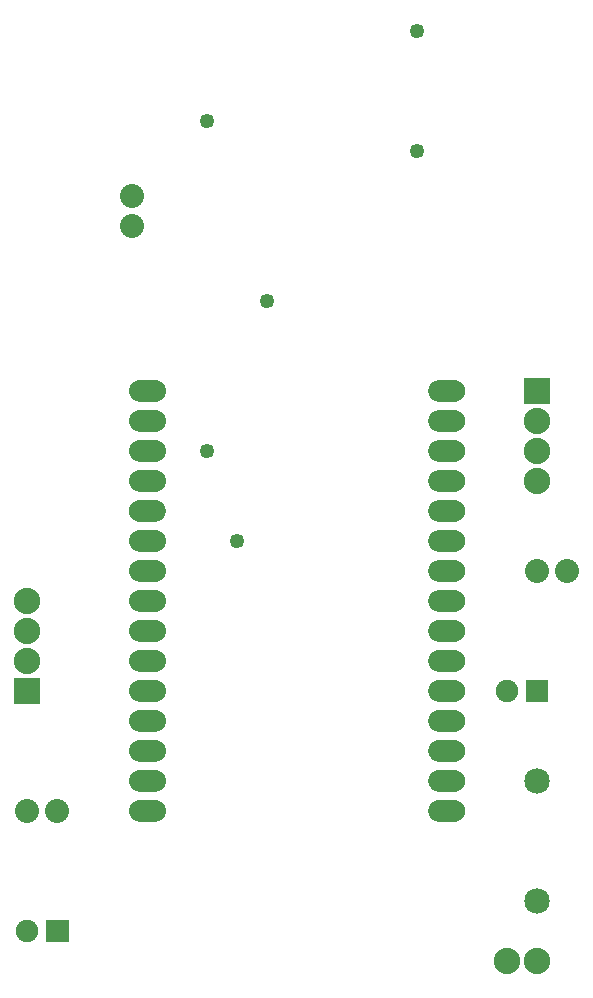
<source format=gbs>
G04 MADE WITH FRITZING*
G04 WWW.FRITZING.ORG*
G04 DOUBLE SIDED*
G04 HOLES PLATED*
G04 CONTOUR ON CENTER OF CONTOUR VECTOR*
%ASAXBY*%
%FSLAX23Y23*%
%MOIN*%
%OFA0B0*%
%SFA1.0B1.0*%
%ADD10C,0.080000*%
%ADD11C,0.075000*%
%ADD12C,0.085000*%
%ADD13C,0.088000*%
%ADD14C,0.049370*%
%ADD15C,0.062000*%
%ADD16R,0.088000X0.088000*%
%ADD17C,0.030000*%
%ADD18R,0.001000X0.001000*%
%LNMASK0*%
G90*
G70*
G54D10*
X120Y743D03*
X220Y743D03*
X1820Y1543D03*
X1920Y1543D03*
X470Y2693D03*
X470Y2793D03*
G54D11*
X1720Y1143D03*
X1820Y1143D03*
X120Y343D03*
X220Y343D03*
G54D12*
X1820Y843D03*
X1820Y443D03*
G54D13*
X120Y1143D03*
X120Y1243D03*
X120Y1343D03*
X120Y1443D03*
X1820Y2143D03*
X1820Y2043D03*
X1820Y1943D03*
X1820Y1843D03*
X1820Y243D03*
X1720Y243D03*
G54D14*
X1420Y3343D03*
X1420Y2943D03*
X720Y1943D03*
X720Y3043D03*
X920Y2443D03*
X820Y1643D03*
G54D15*
X1520Y743D03*
X1520Y843D03*
X1520Y943D03*
X1520Y1043D03*
X1520Y1143D03*
X1520Y1243D03*
X1520Y1343D03*
X1520Y1443D03*
X1520Y1543D03*
X1520Y1643D03*
X1520Y1743D03*
X1520Y1843D03*
X1520Y1943D03*
X1520Y2043D03*
X1520Y2143D03*
X520Y2143D03*
X520Y2043D03*
X520Y1943D03*
X520Y1843D03*
X520Y1743D03*
X520Y1643D03*
X520Y1543D03*
X520Y1443D03*
X520Y1343D03*
X520Y1243D03*
X520Y1143D03*
X520Y1043D03*
X520Y943D03*
X520Y843D03*
X520Y743D03*
G54D16*
X120Y1143D03*
X1820Y2143D03*
G54D17*
G36*
X1849Y214D02*
X1791Y214D01*
X1791Y272D01*
X1849Y272D01*
X1849Y214D01*
G37*
D02*
G54D18*
X494Y2179D02*
X548Y2179D01*
X1491Y2179D02*
X1545Y2179D01*
X487Y2178D02*
X555Y2178D01*
X1485Y2178D02*
X1552Y2178D01*
X484Y2177D02*
X558Y2177D01*
X1481Y2177D02*
X1555Y2177D01*
X481Y2176D02*
X560Y2176D01*
X1479Y2176D02*
X1558Y2176D01*
X479Y2175D02*
X563Y2175D01*
X1477Y2175D02*
X1560Y2175D01*
X477Y2174D02*
X564Y2174D01*
X1475Y2174D02*
X1562Y2174D01*
X476Y2173D02*
X566Y2173D01*
X1473Y2173D02*
X1563Y2173D01*
X474Y2172D02*
X568Y2172D01*
X1471Y2172D02*
X1565Y2172D01*
X473Y2171D02*
X569Y2171D01*
X1470Y2171D02*
X1566Y2171D01*
X472Y2170D02*
X570Y2170D01*
X1469Y2170D02*
X1567Y2170D01*
X470Y2169D02*
X571Y2169D01*
X1468Y2169D02*
X1569Y2169D01*
X469Y2168D02*
X572Y2168D01*
X1467Y2168D02*
X1570Y2168D01*
X469Y2167D02*
X573Y2167D01*
X1466Y2167D02*
X1571Y2167D01*
X468Y2166D02*
X574Y2166D01*
X1465Y2166D02*
X1571Y2166D01*
X467Y2165D02*
X575Y2165D01*
X1464Y2165D02*
X1572Y2165D01*
X466Y2164D02*
X576Y2164D01*
X1464Y2164D02*
X1573Y2164D01*
X466Y2163D02*
X576Y2163D01*
X1463Y2163D02*
X1574Y2163D01*
X465Y2162D02*
X577Y2162D01*
X1462Y2162D02*
X1574Y2162D01*
X464Y2161D02*
X577Y2161D01*
X1462Y2161D02*
X1575Y2161D01*
X464Y2160D02*
X578Y2160D01*
X1461Y2160D02*
X1575Y2160D01*
X463Y2159D02*
X578Y2159D01*
X1461Y2159D02*
X1576Y2159D01*
X463Y2158D02*
X579Y2158D01*
X1460Y2158D02*
X1576Y2158D01*
X462Y2157D02*
X579Y2157D01*
X1460Y2157D02*
X1577Y2157D01*
X462Y2156D02*
X580Y2156D01*
X1459Y2156D02*
X1577Y2156D01*
X462Y2155D02*
X580Y2155D01*
X1459Y2155D02*
X1577Y2155D01*
X461Y2154D02*
X580Y2154D01*
X1459Y2154D02*
X1578Y2154D01*
X461Y2153D02*
X581Y2153D01*
X1458Y2153D02*
X1578Y2153D01*
X461Y2152D02*
X581Y2152D01*
X1458Y2152D02*
X1578Y2152D01*
X460Y2151D02*
X581Y2151D01*
X1458Y2151D02*
X1579Y2151D01*
X460Y2150D02*
X582Y2150D01*
X1458Y2150D02*
X1579Y2150D01*
X460Y2149D02*
X520Y2149D01*
X522Y2149D02*
X582Y2149D01*
X1457Y2149D02*
X1516Y2149D01*
X1519Y2149D02*
X1579Y2149D01*
X460Y2148D02*
X517Y2148D01*
X525Y2148D02*
X582Y2148D01*
X1457Y2148D02*
X1513Y2148D01*
X1521Y2148D02*
X1579Y2148D01*
X460Y2147D02*
X516Y2147D01*
X526Y2147D02*
X582Y2147D01*
X1457Y2147D02*
X1512Y2147D01*
X1523Y2147D02*
X1579Y2147D01*
X460Y2146D02*
X515Y2146D01*
X527Y2146D02*
X582Y2146D01*
X1457Y2146D02*
X1512Y2146D01*
X1523Y2146D02*
X1579Y2146D01*
X460Y2145D02*
X515Y2145D01*
X527Y2145D02*
X582Y2145D01*
X1457Y2145D02*
X1511Y2145D01*
X1524Y2145D02*
X1580Y2145D01*
X459Y2144D02*
X514Y2144D01*
X528Y2144D02*
X582Y2144D01*
X1457Y2144D02*
X1511Y2144D01*
X1524Y2144D02*
X1580Y2144D01*
X459Y2143D02*
X514Y2143D01*
X528Y2143D02*
X583Y2143D01*
X1457Y2143D02*
X1511Y2143D01*
X1524Y2143D02*
X1580Y2143D01*
X460Y2142D02*
X514Y2142D01*
X528Y2142D02*
X583Y2142D01*
X1457Y2142D02*
X1511Y2142D01*
X1524Y2142D02*
X1580Y2142D01*
X460Y2141D02*
X515Y2141D01*
X527Y2141D02*
X582Y2141D01*
X1457Y2141D02*
X1511Y2141D01*
X1524Y2141D02*
X1580Y2141D01*
X460Y2140D02*
X515Y2140D01*
X527Y2140D02*
X582Y2140D01*
X1457Y2140D02*
X1512Y2140D01*
X1523Y2140D02*
X1579Y2140D01*
X460Y2139D02*
X516Y2139D01*
X526Y2139D02*
X582Y2139D01*
X1457Y2139D02*
X1512Y2139D01*
X1523Y2139D02*
X1579Y2139D01*
X460Y2138D02*
X517Y2138D01*
X525Y2138D02*
X582Y2138D01*
X1457Y2138D02*
X1514Y2138D01*
X1521Y2138D02*
X1579Y2138D01*
X460Y2137D02*
X582Y2137D01*
X1457Y2137D02*
X1579Y2137D01*
X460Y2136D02*
X582Y2136D01*
X1458Y2136D02*
X1579Y2136D01*
X461Y2135D02*
X581Y2135D01*
X1458Y2135D02*
X1579Y2135D01*
X461Y2134D02*
X581Y2134D01*
X1458Y2134D02*
X1578Y2134D01*
X461Y2133D02*
X581Y2133D01*
X1458Y2133D02*
X1578Y2133D01*
X461Y2132D02*
X580Y2132D01*
X1459Y2132D02*
X1578Y2132D01*
X462Y2131D02*
X580Y2131D01*
X1459Y2131D02*
X1577Y2131D01*
X462Y2130D02*
X580Y2130D01*
X1459Y2130D02*
X1577Y2130D01*
X463Y2129D02*
X579Y2129D01*
X1460Y2129D02*
X1577Y2129D01*
X463Y2128D02*
X579Y2128D01*
X1460Y2128D02*
X1576Y2128D01*
X463Y2127D02*
X578Y2127D01*
X1461Y2127D02*
X1576Y2127D01*
X464Y2126D02*
X578Y2126D01*
X1461Y2126D02*
X1575Y2126D01*
X465Y2125D02*
X577Y2125D01*
X1462Y2125D02*
X1575Y2125D01*
X465Y2124D02*
X577Y2124D01*
X1462Y2124D02*
X1574Y2124D01*
X466Y2123D02*
X576Y2123D01*
X1463Y2123D02*
X1573Y2123D01*
X466Y2122D02*
X575Y2122D01*
X1464Y2122D02*
X1573Y2122D01*
X467Y2121D02*
X575Y2121D01*
X1464Y2121D02*
X1572Y2121D01*
X468Y2120D02*
X574Y2120D01*
X1465Y2120D02*
X1571Y2120D01*
X469Y2119D02*
X573Y2119D01*
X1466Y2119D02*
X1570Y2119D01*
X470Y2118D02*
X572Y2118D01*
X1467Y2118D02*
X1569Y2118D01*
X471Y2117D02*
X571Y2117D01*
X1468Y2117D02*
X1568Y2117D01*
X472Y2116D02*
X570Y2116D01*
X1469Y2116D02*
X1567Y2116D01*
X473Y2115D02*
X569Y2115D01*
X1470Y2115D02*
X1566Y2115D01*
X474Y2114D02*
X567Y2114D01*
X1472Y2114D02*
X1565Y2114D01*
X476Y2113D02*
X566Y2113D01*
X1473Y2113D02*
X1563Y2113D01*
X478Y2112D02*
X564Y2112D01*
X1475Y2112D02*
X1561Y2112D01*
X480Y2111D02*
X562Y2111D01*
X1477Y2111D02*
X1559Y2111D01*
X482Y2110D02*
X560Y2110D01*
X1479Y2110D02*
X1557Y2110D01*
X485Y2109D02*
X557Y2109D01*
X1482Y2109D02*
X1555Y2109D01*
X488Y2108D02*
X554Y2108D01*
X1485Y2108D02*
X1551Y2108D01*
X494Y2079D02*
X548Y2079D01*
X1491Y2079D02*
X1545Y2079D01*
X487Y2078D02*
X555Y2078D01*
X1485Y2078D02*
X1552Y2078D01*
X484Y2077D02*
X558Y2077D01*
X1481Y2077D02*
X1555Y2077D01*
X481Y2076D02*
X561Y2076D01*
X1479Y2076D02*
X1558Y2076D01*
X479Y2075D02*
X563Y2075D01*
X1477Y2075D02*
X1560Y2075D01*
X477Y2074D02*
X564Y2074D01*
X1475Y2074D02*
X1562Y2074D01*
X476Y2073D02*
X566Y2073D01*
X1473Y2073D02*
X1564Y2073D01*
X474Y2072D02*
X568Y2072D01*
X1471Y2072D02*
X1565Y2072D01*
X473Y2071D02*
X569Y2071D01*
X1470Y2071D02*
X1566Y2071D01*
X472Y2070D02*
X570Y2070D01*
X1469Y2070D02*
X1568Y2070D01*
X470Y2069D02*
X571Y2069D01*
X1468Y2069D02*
X1569Y2069D01*
X469Y2068D02*
X572Y2068D01*
X1467Y2068D02*
X1570Y2068D01*
X469Y2067D02*
X573Y2067D01*
X1466Y2067D02*
X1571Y2067D01*
X468Y2066D02*
X574Y2066D01*
X1465Y2066D02*
X1571Y2066D01*
X467Y2065D02*
X575Y2065D01*
X1464Y2065D02*
X1572Y2065D01*
X466Y2064D02*
X576Y2064D01*
X1464Y2064D02*
X1573Y2064D01*
X466Y2063D02*
X576Y2063D01*
X1463Y2063D02*
X1574Y2063D01*
X465Y2062D02*
X577Y2062D01*
X1462Y2062D02*
X1574Y2062D01*
X464Y2061D02*
X577Y2061D01*
X1462Y2061D02*
X1575Y2061D01*
X464Y2060D02*
X578Y2060D01*
X1461Y2060D02*
X1575Y2060D01*
X463Y2059D02*
X578Y2059D01*
X1461Y2059D02*
X1576Y2059D01*
X463Y2058D02*
X579Y2058D01*
X1460Y2058D02*
X1576Y2058D01*
X462Y2057D02*
X579Y2057D01*
X1460Y2057D02*
X1577Y2057D01*
X462Y2056D02*
X580Y2056D01*
X1459Y2056D02*
X1577Y2056D01*
X462Y2055D02*
X580Y2055D01*
X1459Y2055D02*
X1577Y2055D01*
X461Y2054D02*
X580Y2054D01*
X1459Y2054D02*
X1578Y2054D01*
X461Y2053D02*
X581Y2053D01*
X1458Y2053D02*
X1578Y2053D01*
X461Y2052D02*
X581Y2052D01*
X1458Y2052D02*
X1578Y2052D01*
X460Y2051D02*
X581Y2051D01*
X1458Y2051D02*
X1579Y2051D01*
X460Y2050D02*
X582Y2050D01*
X1458Y2050D02*
X1579Y2050D01*
X460Y2049D02*
X520Y2049D01*
X522Y2049D02*
X582Y2049D01*
X1457Y2049D02*
X1516Y2049D01*
X1519Y2049D02*
X1579Y2049D01*
X460Y2048D02*
X517Y2048D01*
X525Y2048D02*
X582Y2048D01*
X1457Y2048D02*
X1513Y2048D01*
X1522Y2048D02*
X1579Y2048D01*
X460Y2047D02*
X516Y2047D01*
X526Y2047D02*
X582Y2047D01*
X1457Y2047D02*
X1512Y2047D01*
X1523Y2047D02*
X1579Y2047D01*
X460Y2046D02*
X515Y2046D01*
X527Y2046D02*
X582Y2046D01*
X1457Y2046D02*
X1512Y2046D01*
X1523Y2046D02*
X1580Y2046D01*
X460Y2045D02*
X515Y2045D01*
X527Y2045D02*
X582Y2045D01*
X1457Y2045D02*
X1511Y2045D01*
X1524Y2045D02*
X1580Y2045D01*
X459Y2044D02*
X514Y2044D01*
X528Y2044D02*
X582Y2044D01*
X1457Y2044D02*
X1511Y2044D01*
X1524Y2044D02*
X1580Y2044D01*
X459Y2043D02*
X514Y2043D01*
X528Y2043D02*
X583Y2043D01*
X1457Y2043D02*
X1511Y2043D01*
X1524Y2043D02*
X1580Y2043D01*
X460Y2042D02*
X514Y2042D01*
X528Y2042D02*
X583Y2042D01*
X1457Y2042D02*
X1511Y2042D01*
X1524Y2042D02*
X1580Y2042D01*
X460Y2041D02*
X515Y2041D01*
X527Y2041D02*
X582Y2041D01*
X1457Y2041D02*
X1511Y2041D01*
X1524Y2041D02*
X1580Y2041D01*
X460Y2040D02*
X515Y2040D01*
X527Y2040D02*
X582Y2040D01*
X1457Y2040D02*
X1512Y2040D01*
X1523Y2040D02*
X1580Y2040D01*
X460Y2039D02*
X516Y2039D01*
X526Y2039D02*
X582Y2039D01*
X1457Y2039D02*
X1512Y2039D01*
X1523Y2039D02*
X1579Y2039D01*
X460Y2038D02*
X517Y2038D01*
X525Y2038D02*
X582Y2038D01*
X1457Y2038D02*
X1514Y2038D01*
X1521Y2038D02*
X1579Y2038D01*
X460Y2037D02*
X582Y2037D01*
X1457Y2037D02*
X1579Y2037D01*
X460Y2036D02*
X582Y2036D01*
X1458Y2036D02*
X1579Y2036D01*
X461Y2035D02*
X581Y2035D01*
X1458Y2035D02*
X1579Y2035D01*
X461Y2034D02*
X581Y2034D01*
X1458Y2034D02*
X1578Y2034D01*
X461Y2033D02*
X581Y2033D01*
X1458Y2033D02*
X1578Y2033D01*
X461Y2032D02*
X580Y2032D01*
X1459Y2032D02*
X1578Y2032D01*
X462Y2031D02*
X580Y2031D01*
X1459Y2031D02*
X1577Y2031D01*
X462Y2030D02*
X580Y2030D01*
X1459Y2030D02*
X1577Y2030D01*
X463Y2029D02*
X579Y2029D01*
X1460Y2029D02*
X1577Y2029D01*
X463Y2028D02*
X579Y2028D01*
X1460Y2028D02*
X1576Y2028D01*
X463Y2027D02*
X578Y2027D01*
X1461Y2027D02*
X1576Y2027D01*
X464Y2026D02*
X578Y2026D01*
X1461Y2026D02*
X1575Y2026D01*
X465Y2025D02*
X577Y2025D01*
X1462Y2025D02*
X1575Y2025D01*
X465Y2024D02*
X577Y2024D01*
X1462Y2024D02*
X1574Y2024D01*
X466Y2023D02*
X576Y2023D01*
X1463Y2023D02*
X1573Y2023D01*
X466Y2022D02*
X575Y2022D01*
X1464Y2022D02*
X1573Y2022D01*
X467Y2021D02*
X575Y2021D01*
X1464Y2021D02*
X1572Y2021D01*
X468Y2020D02*
X574Y2020D01*
X1465Y2020D02*
X1571Y2020D01*
X469Y2019D02*
X573Y2019D01*
X1466Y2019D02*
X1570Y2019D01*
X470Y2018D02*
X572Y2018D01*
X1467Y2018D02*
X1569Y2018D01*
X471Y2017D02*
X571Y2017D01*
X1468Y2017D02*
X1568Y2017D01*
X472Y2016D02*
X570Y2016D01*
X1469Y2016D02*
X1567Y2016D01*
X473Y2015D02*
X569Y2015D01*
X1470Y2015D02*
X1566Y2015D01*
X474Y2014D02*
X567Y2014D01*
X1472Y2014D02*
X1565Y2014D01*
X476Y2013D02*
X566Y2013D01*
X1473Y2013D02*
X1563Y2013D01*
X478Y2012D02*
X564Y2012D01*
X1475Y2012D02*
X1561Y2012D01*
X480Y2011D02*
X562Y2011D01*
X1477Y2011D02*
X1560Y2011D01*
X482Y2010D02*
X560Y2010D01*
X1479Y2010D02*
X1557Y2010D01*
X485Y2009D02*
X557Y2009D01*
X1482Y2009D02*
X1555Y2009D01*
X488Y2008D02*
X554Y2008D01*
X1485Y2008D02*
X1551Y2008D01*
X494Y1979D02*
X548Y1979D01*
X1491Y1979D02*
X1545Y1979D01*
X487Y1978D02*
X555Y1978D01*
X1485Y1978D02*
X1552Y1978D01*
X484Y1977D02*
X558Y1977D01*
X1481Y1977D02*
X1555Y1977D01*
X481Y1976D02*
X561Y1976D01*
X1479Y1976D02*
X1558Y1976D01*
X479Y1975D02*
X563Y1975D01*
X1476Y1975D02*
X1560Y1975D01*
X477Y1974D02*
X564Y1974D01*
X1475Y1974D02*
X1562Y1974D01*
X476Y1973D02*
X566Y1973D01*
X1473Y1973D02*
X1563Y1973D01*
X474Y1972D02*
X568Y1972D01*
X1471Y1972D02*
X1565Y1972D01*
X473Y1971D02*
X569Y1971D01*
X1470Y1971D02*
X1566Y1971D01*
X472Y1970D02*
X570Y1970D01*
X1469Y1970D02*
X1568Y1970D01*
X470Y1969D02*
X571Y1969D01*
X1468Y1969D02*
X1569Y1969D01*
X469Y1968D02*
X572Y1968D01*
X1467Y1968D02*
X1570Y1968D01*
X469Y1967D02*
X573Y1967D01*
X1466Y1967D02*
X1571Y1967D01*
X468Y1966D02*
X574Y1966D01*
X1465Y1966D02*
X1571Y1966D01*
X467Y1965D02*
X575Y1965D01*
X1464Y1965D02*
X1572Y1965D01*
X466Y1964D02*
X576Y1964D01*
X1464Y1964D02*
X1573Y1964D01*
X466Y1963D02*
X576Y1963D01*
X1463Y1963D02*
X1574Y1963D01*
X465Y1962D02*
X577Y1962D01*
X1462Y1962D02*
X1574Y1962D01*
X464Y1961D02*
X577Y1961D01*
X1462Y1961D02*
X1575Y1961D01*
X464Y1960D02*
X578Y1960D01*
X1461Y1960D02*
X1575Y1960D01*
X463Y1959D02*
X578Y1959D01*
X1461Y1959D02*
X1576Y1959D01*
X463Y1958D02*
X579Y1958D01*
X1460Y1958D02*
X1576Y1958D01*
X462Y1957D02*
X579Y1957D01*
X1460Y1957D02*
X1577Y1957D01*
X462Y1956D02*
X580Y1956D01*
X1459Y1956D02*
X1577Y1956D01*
X462Y1955D02*
X580Y1955D01*
X1459Y1955D02*
X1577Y1955D01*
X461Y1954D02*
X580Y1954D01*
X1459Y1954D02*
X1578Y1954D01*
X461Y1953D02*
X581Y1953D01*
X1458Y1953D02*
X1578Y1953D01*
X461Y1952D02*
X581Y1952D01*
X1458Y1952D02*
X1578Y1952D01*
X460Y1951D02*
X581Y1951D01*
X1458Y1951D02*
X1579Y1951D01*
X460Y1950D02*
X582Y1950D01*
X1458Y1950D02*
X1579Y1950D01*
X460Y1949D02*
X520Y1949D01*
X522Y1949D02*
X582Y1949D01*
X1457Y1949D02*
X1516Y1949D01*
X1519Y1949D02*
X1579Y1949D01*
X460Y1948D02*
X517Y1948D01*
X525Y1948D02*
X582Y1948D01*
X1457Y1948D02*
X1513Y1948D01*
X1522Y1948D02*
X1579Y1948D01*
X460Y1947D02*
X516Y1947D01*
X526Y1947D02*
X582Y1947D01*
X1457Y1947D02*
X1512Y1947D01*
X1523Y1947D02*
X1579Y1947D01*
X460Y1946D02*
X515Y1946D01*
X527Y1946D02*
X582Y1946D01*
X1457Y1946D02*
X1512Y1946D01*
X1523Y1946D02*
X1579Y1946D01*
X460Y1945D02*
X515Y1945D01*
X527Y1945D02*
X582Y1945D01*
X1457Y1945D02*
X1511Y1945D01*
X1524Y1945D02*
X1580Y1945D01*
X459Y1944D02*
X514Y1944D01*
X528Y1944D02*
X582Y1944D01*
X1457Y1944D02*
X1511Y1944D01*
X1524Y1944D02*
X1580Y1944D01*
X459Y1943D02*
X514Y1943D01*
X528Y1943D02*
X583Y1943D01*
X1457Y1943D02*
X1511Y1943D01*
X1524Y1943D02*
X1580Y1943D01*
X460Y1942D02*
X514Y1942D01*
X528Y1942D02*
X583Y1942D01*
X1457Y1942D02*
X1511Y1942D01*
X1524Y1942D02*
X1580Y1942D01*
X460Y1941D02*
X515Y1941D01*
X527Y1941D02*
X582Y1941D01*
X1457Y1941D02*
X1511Y1941D01*
X1524Y1941D02*
X1580Y1941D01*
X460Y1940D02*
X515Y1940D01*
X527Y1940D02*
X582Y1940D01*
X1457Y1940D02*
X1512Y1940D01*
X1523Y1940D02*
X1579Y1940D01*
X460Y1939D02*
X516Y1939D01*
X526Y1939D02*
X582Y1939D01*
X1457Y1939D02*
X1512Y1939D01*
X1523Y1939D02*
X1579Y1939D01*
X460Y1938D02*
X517Y1938D01*
X525Y1938D02*
X582Y1938D01*
X1457Y1938D02*
X1514Y1938D01*
X1521Y1938D02*
X1579Y1938D01*
X460Y1937D02*
X582Y1937D01*
X1457Y1937D02*
X1579Y1937D01*
X460Y1936D02*
X582Y1936D01*
X1458Y1936D02*
X1579Y1936D01*
X461Y1935D02*
X581Y1935D01*
X1458Y1935D02*
X1579Y1935D01*
X461Y1934D02*
X581Y1934D01*
X1458Y1934D02*
X1578Y1934D01*
X461Y1933D02*
X581Y1933D01*
X1458Y1933D02*
X1578Y1933D01*
X461Y1932D02*
X580Y1932D01*
X1459Y1932D02*
X1578Y1932D01*
X462Y1931D02*
X580Y1931D01*
X1459Y1931D02*
X1577Y1931D01*
X462Y1930D02*
X580Y1930D01*
X1459Y1930D02*
X1577Y1930D01*
X463Y1929D02*
X579Y1929D01*
X1460Y1929D02*
X1577Y1929D01*
X463Y1928D02*
X579Y1928D01*
X1460Y1928D02*
X1576Y1928D01*
X463Y1927D02*
X578Y1927D01*
X1461Y1927D02*
X1576Y1927D01*
X464Y1926D02*
X578Y1926D01*
X1461Y1926D02*
X1575Y1926D01*
X465Y1925D02*
X577Y1925D01*
X1462Y1925D02*
X1575Y1925D01*
X465Y1924D02*
X577Y1924D01*
X1462Y1924D02*
X1574Y1924D01*
X466Y1923D02*
X576Y1923D01*
X1463Y1923D02*
X1573Y1923D01*
X466Y1922D02*
X575Y1922D01*
X1464Y1922D02*
X1573Y1922D01*
X467Y1921D02*
X575Y1921D01*
X1464Y1921D02*
X1572Y1921D01*
X468Y1920D02*
X574Y1920D01*
X1465Y1920D02*
X1571Y1920D01*
X469Y1919D02*
X573Y1919D01*
X1466Y1919D02*
X1570Y1919D01*
X470Y1918D02*
X572Y1918D01*
X1467Y1918D02*
X1569Y1918D01*
X471Y1917D02*
X571Y1917D01*
X1468Y1917D02*
X1568Y1917D01*
X472Y1916D02*
X570Y1916D01*
X1469Y1916D02*
X1567Y1916D01*
X473Y1915D02*
X569Y1915D01*
X1470Y1915D02*
X1566Y1915D01*
X474Y1914D02*
X567Y1914D01*
X1472Y1914D02*
X1565Y1914D01*
X476Y1913D02*
X566Y1913D01*
X1473Y1913D02*
X1563Y1913D01*
X478Y1912D02*
X564Y1912D01*
X1475Y1912D02*
X1561Y1912D01*
X480Y1911D02*
X562Y1911D01*
X1477Y1911D02*
X1559Y1911D01*
X482Y1910D02*
X560Y1910D01*
X1479Y1910D02*
X1557Y1910D01*
X485Y1909D02*
X557Y1909D01*
X1482Y1909D02*
X1555Y1909D01*
X488Y1908D02*
X554Y1908D01*
X1485Y1908D02*
X1551Y1908D01*
X494Y1879D02*
X548Y1879D01*
X1491Y1879D02*
X1546Y1879D01*
X487Y1878D02*
X555Y1878D01*
X1485Y1878D02*
X1552Y1878D01*
X484Y1877D02*
X558Y1877D01*
X1481Y1877D02*
X1555Y1877D01*
X481Y1876D02*
X561Y1876D01*
X1479Y1876D02*
X1558Y1876D01*
X479Y1875D02*
X563Y1875D01*
X1476Y1875D02*
X1560Y1875D01*
X477Y1874D02*
X565Y1874D01*
X1475Y1874D02*
X1562Y1874D01*
X476Y1873D02*
X566Y1873D01*
X1473Y1873D02*
X1564Y1873D01*
X474Y1872D02*
X568Y1872D01*
X1471Y1872D02*
X1565Y1872D01*
X473Y1871D02*
X569Y1871D01*
X1470Y1871D02*
X1566Y1871D01*
X472Y1870D02*
X570Y1870D01*
X1469Y1870D02*
X1568Y1870D01*
X470Y1869D02*
X571Y1869D01*
X1468Y1869D02*
X1569Y1869D01*
X469Y1868D02*
X572Y1868D01*
X1467Y1868D02*
X1570Y1868D01*
X469Y1867D02*
X573Y1867D01*
X1466Y1867D02*
X1571Y1867D01*
X468Y1866D02*
X574Y1866D01*
X1465Y1866D02*
X1571Y1866D01*
X467Y1865D02*
X575Y1865D01*
X1464Y1865D02*
X1572Y1865D01*
X466Y1864D02*
X576Y1864D01*
X1464Y1864D02*
X1573Y1864D01*
X466Y1863D02*
X576Y1863D01*
X1463Y1863D02*
X1574Y1863D01*
X465Y1862D02*
X577Y1862D01*
X1462Y1862D02*
X1574Y1862D01*
X464Y1861D02*
X577Y1861D01*
X1462Y1861D02*
X1575Y1861D01*
X464Y1860D02*
X578Y1860D01*
X1461Y1860D02*
X1575Y1860D01*
X463Y1859D02*
X578Y1859D01*
X1461Y1859D02*
X1576Y1859D01*
X463Y1858D02*
X579Y1858D01*
X1460Y1858D02*
X1576Y1858D01*
X462Y1857D02*
X579Y1857D01*
X1460Y1857D02*
X1577Y1857D01*
X462Y1856D02*
X580Y1856D01*
X1459Y1856D02*
X1577Y1856D01*
X462Y1855D02*
X580Y1855D01*
X1459Y1855D02*
X1577Y1855D01*
X461Y1854D02*
X580Y1854D01*
X1459Y1854D02*
X1578Y1854D01*
X461Y1853D02*
X581Y1853D01*
X1458Y1853D02*
X1578Y1853D01*
X461Y1852D02*
X581Y1852D01*
X1458Y1852D02*
X1578Y1852D01*
X460Y1851D02*
X581Y1851D01*
X1458Y1851D02*
X1579Y1851D01*
X460Y1850D02*
X582Y1850D01*
X1458Y1850D02*
X1579Y1850D01*
X460Y1849D02*
X519Y1849D01*
X523Y1849D02*
X582Y1849D01*
X1457Y1849D02*
X1516Y1849D01*
X1519Y1849D02*
X1579Y1849D01*
X460Y1848D02*
X517Y1848D01*
X525Y1848D02*
X582Y1848D01*
X1457Y1848D02*
X1513Y1848D01*
X1522Y1848D02*
X1579Y1848D01*
X460Y1847D02*
X516Y1847D01*
X526Y1847D02*
X582Y1847D01*
X1457Y1847D02*
X1512Y1847D01*
X1523Y1847D02*
X1579Y1847D01*
X460Y1846D02*
X515Y1846D01*
X527Y1846D02*
X582Y1846D01*
X1457Y1846D02*
X1511Y1846D01*
X1524Y1846D02*
X1580Y1846D01*
X460Y1845D02*
X514Y1845D01*
X527Y1845D02*
X582Y1845D01*
X1457Y1845D02*
X1511Y1845D01*
X1524Y1845D02*
X1580Y1845D01*
X459Y1844D02*
X514Y1844D01*
X528Y1844D02*
X582Y1844D01*
X1457Y1844D02*
X1511Y1844D01*
X1524Y1844D02*
X1580Y1844D01*
X459Y1843D02*
X514Y1843D01*
X528Y1843D02*
X583Y1843D01*
X1457Y1843D02*
X1511Y1843D01*
X1524Y1843D02*
X1580Y1843D01*
X460Y1842D02*
X514Y1842D01*
X528Y1842D02*
X583Y1842D01*
X1457Y1842D02*
X1511Y1842D01*
X1524Y1842D02*
X1580Y1842D01*
X460Y1841D02*
X514Y1841D01*
X527Y1841D02*
X582Y1841D01*
X1457Y1841D02*
X1511Y1841D01*
X1524Y1841D02*
X1580Y1841D01*
X460Y1840D02*
X515Y1840D01*
X527Y1840D02*
X582Y1840D01*
X1457Y1840D02*
X1512Y1840D01*
X1523Y1840D02*
X1580Y1840D01*
X460Y1839D02*
X516Y1839D01*
X526Y1839D02*
X582Y1839D01*
X1457Y1839D02*
X1512Y1839D01*
X1523Y1839D02*
X1579Y1839D01*
X460Y1838D02*
X517Y1838D01*
X525Y1838D02*
X582Y1838D01*
X1457Y1838D02*
X1514Y1838D01*
X1521Y1838D02*
X1579Y1838D01*
X460Y1837D02*
X582Y1837D01*
X1457Y1837D02*
X1579Y1837D01*
X460Y1836D02*
X582Y1836D01*
X1458Y1836D02*
X1579Y1836D01*
X461Y1835D02*
X581Y1835D01*
X1458Y1835D02*
X1579Y1835D01*
X461Y1834D02*
X581Y1834D01*
X1458Y1834D02*
X1578Y1834D01*
X461Y1833D02*
X581Y1833D01*
X1458Y1833D02*
X1578Y1833D01*
X461Y1832D02*
X580Y1832D01*
X1459Y1832D02*
X1578Y1832D01*
X462Y1831D02*
X580Y1831D01*
X1459Y1831D02*
X1577Y1831D01*
X462Y1830D02*
X580Y1830D01*
X1459Y1830D02*
X1577Y1830D01*
X463Y1829D02*
X579Y1829D01*
X1460Y1829D02*
X1577Y1829D01*
X463Y1828D02*
X579Y1828D01*
X1460Y1828D02*
X1576Y1828D01*
X463Y1827D02*
X578Y1827D01*
X1461Y1827D02*
X1576Y1827D01*
X464Y1826D02*
X578Y1826D01*
X1461Y1826D02*
X1575Y1826D01*
X465Y1825D02*
X577Y1825D01*
X1462Y1825D02*
X1575Y1825D01*
X465Y1824D02*
X577Y1824D01*
X1462Y1824D02*
X1574Y1824D01*
X466Y1823D02*
X576Y1823D01*
X1463Y1823D02*
X1573Y1823D01*
X466Y1822D02*
X575Y1822D01*
X1464Y1822D02*
X1573Y1822D01*
X467Y1821D02*
X575Y1821D01*
X1464Y1821D02*
X1572Y1821D01*
X468Y1820D02*
X574Y1820D01*
X1465Y1820D02*
X1571Y1820D01*
X469Y1819D02*
X573Y1819D01*
X1466Y1819D02*
X1570Y1819D01*
X470Y1818D02*
X572Y1818D01*
X1467Y1818D02*
X1569Y1818D01*
X471Y1817D02*
X571Y1817D01*
X1468Y1817D02*
X1568Y1817D01*
X472Y1816D02*
X570Y1816D01*
X1469Y1816D02*
X1567Y1816D01*
X473Y1815D02*
X569Y1815D01*
X1470Y1815D02*
X1566Y1815D01*
X474Y1814D02*
X567Y1814D01*
X1472Y1814D02*
X1565Y1814D01*
X476Y1813D02*
X566Y1813D01*
X1473Y1813D02*
X1563Y1813D01*
X478Y1812D02*
X564Y1812D01*
X1475Y1812D02*
X1561Y1812D01*
X480Y1811D02*
X562Y1811D01*
X1477Y1811D02*
X1559Y1811D01*
X482Y1810D02*
X560Y1810D01*
X1479Y1810D02*
X1557Y1810D01*
X485Y1809D02*
X557Y1809D01*
X1482Y1809D02*
X1555Y1809D01*
X488Y1808D02*
X554Y1808D01*
X1485Y1808D02*
X1551Y1808D01*
X492Y1779D02*
X547Y1779D01*
X1491Y1779D02*
X1546Y1779D01*
X486Y1778D02*
X554Y1778D01*
X1485Y1778D02*
X1552Y1778D01*
X483Y1777D02*
X557Y1777D01*
X1481Y1777D02*
X1555Y1777D01*
X480Y1776D02*
X560Y1776D01*
X1479Y1776D02*
X1558Y1776D01*
X478Y1775D02*
X562Y1775D01*
X1476Y1775D02*
X1560Y1775D01*
X476Y1774D02*
X564Y1774D01*
X1475Y1774D02*
X1562Y1774D01*
X475Y1773D02*
X565Y1773D01*
X1473Y1773D02*
X1564Y1773D01*
X473Y1772D02*
X567Y1772D01*
X1471Y1772D02*
X1565Y1772D01*
X472Y1771D02*
X568Y1771D01*
X1470Y1771D02*
X1566Y1771D01*
X471Y1770D02*
X569Y1770D01*
X1469Y1770D02*
X1568Y1770D01*
X469Y1769D02*
X570Y1769D01*
X1468Y1769D02*
X1569Y1769D01*
X468Y1768D02*
X571Y1768D01*
X1467Y1768D02*
X1570Y1768D01*
X468Y1767D02*
X572Y1767D01*
X1466Y1767D02*
X1571Y1767D01*
X467Y1766D02*
X573Y1766D01*
X1465Y1766D02*
X1571Y1766D01*
X466Y1765D02*
X574Y1765D01*
X1464Y1765D02*
X1572Y1765D01*
X465Y1764D02*
X575Y1764D01*
X1464Y1764D02*
X1573Y1764D01*
X465Y1763D02*
X575Y1763D01*
X1463Y1763D02*
X1574Y1763D01*
X464Y1762D02*
X576Y1762D01*
X1462Y1762D02*
X1574Y1762D01*
X463Y1761D02*
X576Y1761D01*
X1462Y1761D02*
X1575Y1761D01*
X463Y1760D02*
X577Y1760D01*
X1461Y1760D02*
X1575Y1760D01*
X462Y1759D02*
X577Y1759D01*
X1461Y1759D02*
X1576Y1759D01*
X462Y1758D02*
X578Y1758D01*
X1460Y1758D02*
X1576Y1758D01*
X461Y1757D02*
X578Y1757D01*
X1460Y1757D02*
X1577Y1757D01*
X461Y1756D02*
X579Y1756D01*
X1459Y1756D02*
X1577Y1756D01*
X461Y1755D02*
X579Y1755D01*
X1459Y1755D02*
X1577Y1755D01*
X460Y1754D02*
X579Y1754D01*
X1459Y1754D02*
X1578Y1754D01*
X460Y1753D02*
X580Y1753D01*
X1458Y1753D02*
X1578Y1753D01*
X460Y1752D02*
X580Y1752D01*
X1458Y1752D02*
X1578Y1752D01*
X459Y1751D02*
X580Y1751D01*
X1458Y1751D02*
X1579Y1751D01*
X459Y1750D02*
X581Y1750D01*
X1458Y1750D02*
X1579Y1750D01*
X459Y1749D02*
X518Y1749D01*
X522Y1749D02*
X581Y1749D01*
X1457Y1749D02*
X1516Y1749D01*
X1519Y1749D02*
X1579Y1749D01*
X459Y1748D02*
X516Y1748D01*
X524Y1748D02*
X581Y1748D01*
X1457Y1748D02*
X1514Y1748D01*
X1521Y1748D02*
X1579Y1748D01*
X459Y1747D02*
X515Y1747D01*
X525Y1747D02*
X581Y1747D01*
X1457Y1747D02*
X1512Y1747D01*
X1522Y1747D02*
X1579Y1747D01*
X459Y1746D02*
X514Y1746D01*
X526Y1746D02*
X581Y1746D01*
X1457Y1746D02*
X1512Y1746D01*
X1523Y1746D02*
X1579Y1746D01*
X459Y1745D02*
X514Y1745D01*
X526Y1745D02*
X582Y1745D01*
X1457Y1745D02*
X1511Y1745D01*
X1524Y1745D02*
X1580Y1745D01*
X458Y1744D02*
X513Y1744D01*
X526Y1744D02*
X582Y1744D01*
X1457Y1744D02*
X1511Y1744D01*
X1524Y1744D02*
X1580Y1744D01*
X458Y1743D02*
X513Y1743D01*
X526Y1743D02*
X581Y1743D01*
X1457Y1743D02*
X1511Y1743D01*
X1524Y1743D02*
X1580Y1743D01*
X458Y1742D02*
X513Y1742D01*
X526Y1742D02*
X581Y1742D01*
X1457Y1742D02*
X1511Y1742D01*
X1524Y1742D02*
X1580Y1742D01*
X459Y1741D02*
X514Y1741D01*
X526Y1741D02*
X581Y1741D01*
X1457Y1741D02*
X1511Y1741D01*
X1524Y1741D02*
X1580Y1741D01*
X459Y1740D02*
X514Y1740D01*
X526Y1740D02*
X581Y1740D01*
X1457Y1740D02*
X1512Y1740D01*
X1523Y1740D02*
X1579Y1740D01*
X459Y1739D02*
X515Y1739D01*
X525Y1739D02*
X581Y1739D01*
X1457Y1739D02*
X1513Y1739D01*
X1522Y1739D02*
X1579Y1739D01*
X459Y1738D02*
X516Y1738D01*
X524Y1738D02*
X581Y1738D01*
X1457Y1738D02*
X1514Y1738D01*
X1521Y1738D02*
X1579Y1738D01*
X459Y1737D02*
X581Y1737D01*
X1457Y1737D02*
X1579Y1737D01*
X459Y1736D02*
X581Y1736D01*
X1458Y1736D02*
X1579Y1736D01*
X460Y1735D02*
X580Y1735D01*
X1458Y1735D02*
X1579Y1735D01*
X460Y1734D02*
X580Y1734D01*
X1458Y1734D02*
X1578Y1734D01*
X460Y1733D02*
X580Y1733D01*
X1458Y1733D02*
X1578Y1733D01*
X460Y1732D02*
X579Y1732D01*
X1459Y1732D02*
X1578Y1732D01*
X461Y1731D02*
X579Y1731D01*
X1459Y1731D02*
X1577Y1731D01*
X461Y1730D02*
X579Y1730D01*
X1459Y1730D02*
X1577Y1730D01*
X462Y1729D02*
X578Y1729D01*
X1460Y1729D02*
X1577Y1729D01*
X462Y1728D02*
X578Y1728D01*
X1460Y1728D02*
X1576Y1728D01*
X462Y1727D02*
X577Y1727D01*
X1461Y1727D02*
X1576Y1727D01*
X463Y1726D02*
X577Y1726D01*
X1461Y1726D02*
X1575Y1726D01*
X464Y1725D02*
X576Y1725D01*
X1462Y1725D02*
X1575Y1725D01*
X464Y1724D02*
X576Y1724D01*
X1462Y1724D02*
X1574Y1724D01*
X465Y1723D02*
X575Y1723D01*
X1463Y1723D02*
X1573Y1723D01*
X465Y1722D02*
X574Y1722D01*
X1464Y1722D02*
X1573Y1722D01*
X466Y1721D02*
X574Y1721D01*
X1464Y1721D02*
X1572Y1721D01*
X467Y1720D02*
X573Y1720D01*
X1465Y1720D02*
X1571Y1720D01*
X468Y1719D02*
X572Y1719D01*
X1466Y1719D02*
X1570Y1719D01*
X469Y1718D02*
X571Y1718D01*
X1467Y1718D02*
X1569Y1718D01*
X470Y1717D02*
X570Y1717D01*
X1468Y1717D02*
X1568Y1717D01*
X471Y1716D02*
X569Y1716D01*
X1469Y1716D02*
X1567Y1716D01*
X472Y1715D02*
X568Y1715D01*
X1470Y1715D02*
X1566Y1715D01*
X473Y1714D02*
X566Y1714D01*
X1472Y1714D02*
X1565Y1714D01*
X475Y1713D02*
X565Y1713D01*
X1473Y1713D02*
X1563Y1713D01*
X477Y1712D02*
X563Y1712D01*
X1475Y1712D02*
X1561Y1712D01*
X479Y1711D02*
X561Y1711D01*
X1477Y1711D02*
X1559Y1711D01*
X481Y1710D02*
X559Y1710D01*
X1479Y1710D02*
X1557Y1710D01*
X484Y1709D02*
X556Y1709D01*
X1482Y1709D02*
X1555Y1709D01*
X487Y1708D02*
X553Y1708D01*
X1486Y1708D02*
X1551Y1708D01*
X493Y1679D02*
X548Y1679D01*
X1491Y1679D02*
X1546Y1679D01*
X487Y1678D02*
X555Y1678D01*
X1485Y1678D02*
X1552Y1678D01*
X484Y1677D02*
X558Y1677D01*
X1481Y1677D02*
X1555Y1677D01*
X481Y1676D02*
X561Y1676D01*
X1479Y1676D02*
X1558Y1676D01*
X479Y1675D02*
X563Y1675D01*
X1476Y1675D02*
X1560Y1675D01*
X477Y1674D02*
X565Y1674D01*
X1475Y1674D02*
X1562Y1674D01*
X476Y1673D02*
X566Y1673D01*
X1473Y1673D02*
X1564Y1673D01*
X474Y1672D02*
X568Y1672D01*
X1471Y1672D02*
X1565Y1672D01*
X473Y1671D02*
X569Y1671D01*
X1470Y1671D02*
X1566Y1671D01*
X472Y1670D02*
X570Y1670D01*
X1469Y1670D02*
X1568Y1670D01*
X470Y1669D02*
X571Y1669D01*
X1468Y1669D02*
X1569Y1669D01*
X469Y1668D02*
X572Y1668D01*
X1467Y1668D02*
X1570Y1668D01*
X469Y1667D02*
X573Y1667D01*
X1466Y1667D02*
X1571Y1667D01*
X468Y1666D02*
X574Y1666D01*
X1465Y1666D02*
X1571Y1666D01*
X467Y1665D02*
X575Y1665D01*
X1464Y1665D02*
X1572Y1665D01*
X466Y1664D02*
X576Y1664D01*
X1464Y1664D02*
X1573Y1664D01*
X466Y1663D02*
X576Y1663D01*
X1463Y1663D02*
X1574Y1663D01*
X465Y1662D02*
X577Y1662D01*
X1462Y1662D02*
X1574Y1662D01*
X464Y1661D02*
X577Y1661D01*
X1462Y1661D02*
X1575Y1661D01*
X464Y1660D02*
X578Y1660D01*
X1461Y1660D02*
X1575Y1660D01*
X463Y1659D02*
X578Y1659D01*
X1461Y1659D02*
X1576Y1659D01*
X463Y1658D02*
X579Y1658D01*
X1460Y1658D02*
X1576Y1658D01*
X462Y1657D02*
X579Y1657D01*
X1460Y1657D02*
X1577Y1657D01*
X462Y1656D02*
X580Y1656D01*
X1459Y1656D02*
X1577Y1656D01*
X462Y1655D02*
X580Y1655D01*
X1459Y1655D02*
X1577Y1655D01*
X461Y1654D02*
X580Y1654D01*
X1459Y1654D02*
X1578Y1654D01*
X461Y1653D02*
X581Y1653D01*
X1458Y1653D02*
X1578Y1653D01*
X461Y1652D02*
X581Y1652D01*
X1458Y1652D02*
X1578Y1652D01*
X460Y1651D02*
X581Y1651D01*
X1458Y1651D02*
X1579Y1651D01*
X460Y1650D02*
X582Y1650D01*
X1458Y1650D02*
X1579Y1650D01*
X460Y1649D02*
X519Y1649D01*
X523Y1649D02*
X582Y1649D01*
X1457Y1649D02*
X1516Y1649D01*
X1519Y1649D02*
X1579Y1649D01*
X460Y1648D02*
X517Y1648D01*
X525Y1648D02*
X582Y1648D01*
X1457Y1648D02*
X1514Y1648D01*
X1521Y1648D02*
X1579Y1648D01*
X460Y1647D02*
X516Y1647D01*
X526Y1647D02*
X582Y1647D01*
X1457Y1647D02*
X1512Y1647D01*
X1522Y1647D02*
X1579Y1647D01*
X460Y1646D02*
X515Y1646D01*
X527Y1646D02*
X582Y1646D01*
X1457Y1646D02*
X1512Y1646D01*
X1523Y1646D02*
X1579Y1646D01*
X460Y1645D02*
X515Y1645D01*
X527Y1645D02*
X582Y1645D01*
X1457Y1645D02*
X1511Y1645D01*
X1524Y1645D02*
X1580Y1645D01*
X459Y1644D02*
X514Y1644D01*
X527Y1644D02*
X582Y1644D01*
X1457Y1644D02*
X1511Y1644D01*
X1524Y1644D02*
X1580Y1644D01*
X459Y1643D02*
X514Y1643D01*
X527Y1643D02*
X583Y1643D01*
X1457Y1643D02*
X1511Y1643D01*
X1524Y1643D02*
X1580Y1643D01*
X460Y1642D02*
X514Y1642D01*
X527Y1642D02*
X583Y1642D01*
X1457Y1642D02*
X1511Y1642D01*
X1524Y1642D02*
X1580Y1642D01*
X460Y1641D02*
X515Y1641D01*
X527Y1641D02*
X582Y1641D01*
X1457Y1641D02*
X1511Y1641D01*
X1524Y1641D02*
X1580Y1641D01*
X460Y1640D02*
X515Y1640D01*
X527Y1640D02*
X582Y1640D01*
X1457Y1640D02*
X1512Y1640D01*
X1523Y1640D02*
X1579Y1640D01*
X460Y1639D02*
X516Y1639D01*
X526Y1639D02*
X582Y1639D01*
X1457Y1639D02*
X1513Y1639D01*
X1522Y1639D02*
X1579Y1639D01*
X460Y1638D02*
X517Y1638D01*
X525Y1638D02*
X582Y1638D01*
X1457Y1638D02*
X1514Y1638D01*
X1521Y1638D02*
X1579Y1638D01*
X460Y1637D02*
X582Y1637D01*
X1457Y1637D02*
X1579Y1637D01*
X460Y1636D02*
X582Y1636D01*
X1458Y1636D02*
X1579Y1636D01*
X461Y1635D02*
X581Y1635D01*
X1458Y1635D02*
X1579Y1635D01*
X461Y1634D02*
X581Y1634D01*
X1458Y1634D02*
X1578Y1634D01*
X461Y1633D02*
X581Y1633D01*
X1458Y1633D02*
X1578Y1633D01*
X461Y1632D02*
X580Y1632D01*
X1459Y1632D02*
X1578Y1632D01*
X462Y1631D02*
X580Y1631D01*
X1459Y1631D02*
X1577Y1631D01*
X462Y1630D02*
X580Y1630D01*
X1459Y1630D02*
X1577Y1630D01*
X463Y1629D02*
X579Y1629D01*
X1460Y1629D02*
X1577Y1629D01*
X463Y1628D02*
X579Y1628D01*
X1460Y1628D02*
X1576Y1628D01*
X463Y1627D02*
X578Y1627D01*
X1461Y1627D02*
X1576Y1627D01*
X464Y1626D02*
X578Y1626D01*
X1461Y1626D02*
X1575Y1626D01*
X465Y1625D02*
X577Y1625D01*
X1462Y1625D02*
X1575Y1625D01*
X465Y1624D02*
X577Y1624D01*
X1462Y1624D02*
X1574Y1624D01*
X466Y1623D02*
X576Y1623D01*
X1463Y1623D02*
X1573Y1623D01*
X466Y1622D02*
X575Y1622D01*
X1464Y1622D02*
X1573Y1622D01*
X467Y1621D02*
X575Y1621D01*
X1464Y1621D02*
X1572Y1621D01*
X468Y1620D02*
X574Y1620D01*
X1465Y1620D02*
X1571Y1620D01*
X469Y1619D02*
X573Y1619D01*
X1466Y1619D02*
X1570Y1619D01*
X470Y1618D02*
X572Y1618D01*
X1467Y1618D02*
X1569Y1618D01*
X471Y1617D02*
X571Y1617D01*
X1468Y1617D02*
X1568Y1617D01*
X472Y1616D02*
X570Y1616D01*
X1469Y1616D02*
X1567Y1616D01*
X473Y1615D02*
X569Y1615D01*
X1470Y1615D02*
X1566Y1615D01*
X475Y1614D02*
X567Y1614D01*
X1472Y1614D02*
X1565Y1614D01*
X476Y1613D02*
X566Y1613D01*
X1473Y1613D02*
X1563Y1613D01*
X478Y1612D02*
X564Y1612D01*
X1475Y1612D02*
X1561Y1612D01*
X480Y1611D02*
X562Y1611D01*
X1477Y1611D02*
X1559Y1611D01*
X482Y1610D02*
X560Y1610D01*
X1479Y1610D02*
X1557Y1610D01*
X485Y1609D02*
X557Y1609D01*
X1482Y1609D02*
X1555Y1609D01*
X488Y1608D02*
X554Y1608D01*
X1486Y1608D02*
X1551Y1608D01*
X493Y1579D02*
X548Y1579D01*
X1491Y1579D02*
X1546Y1579D01*
X487Y1578D02*
X555Y1578D01*
X1485Y1578D02*
X1552Y1578D01*
X484Y1577D02*
X558Y1577D01*
X1481Y1577D02*
X1555Y1577D01*
X481Y1576D02*
X561Y1576D01*
X1479Y1576D02*
X1558Y1576D01*
X479Y1575D02*
X563Y1575D01*
X1476Y1575D02*
X1560Y1575D01*
X477Y1574D02*
X565Y1574D01*
X1475Y1574D02*
X1562Y1574D01*
X476Y1573D02*
X566Y1573D01*
X1473Y1573D02*
X1564Y1573D01*
X474Y1572D02*
X568Y1572D01*
X1471Y1572D02*
X1565Y1572D01*
X473Y1571D02*
X569Y1571D01*
X1470Y1571D02*
X1566Y1571D01*
X472Y1570D02*
X570Y1570D01*
X1469Y1570D02*
X1568Y1570D01*
X470Y1569D02*
X571Y1569D01*
X1468Y1569D02*
X1569Y1569D01*
X469Y1568D02*
X572Y1568D01*
X1467Y1568D02*
X1570Y1568D01*
X469Y1567D02*
X573Y1567D01*
X1466Y1567D02*
X1571Y1567D01*
X468Y1566D02*
X574Y1566D01*
X1465Y1566D02*
X1571Y1566D01*
X467Y1565D02*
X575Y1565D01*
X1464Y1565D02*
X1572Y1565D01*
X466Y1564D02*
X576Y1564D01*
X1464Y1564D02*
X1573Y1564D01*
X466Y1563D02*
X576Y1563D01*
X1463Y1563D02*
X1574Y1563D01*
X465Y1562D02*
X577Y1562D01*
X1462Y1562D02*
X1574Y1562D01*
X464Y1561D02*
X577Y1561D01*
X1462Y1561D02*
X1575Y1561D01*
X464Y1560D02*
X578Y1560D01*
X1461Y1560D02*
X1575Y1560D01*
X463Y1559D02*
X578Y1559D01*
X1461Y1559D02*
X1576Y1559D01*
X463Y1558D02*
X579Y1558D01*
X1460Y1558D02*
X1576Y1558D01*
X462Y1557D02*
X579Y1557D01*
X1460Y1557D02*
X1577Y1557D01*
X462Y1556D02*
X580Y1556D01*
X1459Y1556D02*
X1577Y1556D01*
X462Y1555D02*
X580Y1555D01*
X1459Y1555D02*
X1577Y1555D01*
X461Y1554D02*
X580Y1554D01*
X1459Y1554D02*
X1578Y1554D01*
X461Y1553D02*
X581Y1553D01*
X1458Y1553D02*
X1578Y1553D01*
X461Y1552D02*
X581Y1552D01*
X1458Y1552D02*
X1578Y1552D01*
X460Y1551D02*
X581Y1551D01*
X1458Y1551D02*
X1579Y1551D01*
X460Y1550D02*
X582Y1550D01*
X1458Y1550D02*
X1579Y1550D01*
X460Y1549D02*
X519Y1549D01*
X523Y1549D02*
X582Y1549D01*
X1457Y1549D02*
X1516Y1549D01*
X1519Y1549D02*
X1579Y1549D01*
X460Y1548D02*
X517Y1548D01*
X525Y1548D02*
X582Y1548D01*
X1457Y1548D02*
X1514Y1548D01*
X1521Y1548D02*
X1579Y1548D01*
X460Y1547D02*
X516Y1547D01*
X526Y1547D02*
X582Y1547D01*
X1457Y1547D02*
X1512Y1547D01*
X1522Y1547D02*
X1579Y1547D01*
X460Y1546D02*
X515Y1546D01*
X527Y1546D02*
X582Y1546D01*
X1457Y1546D02*
X1512Y1546D01*
X1523Y1546D02*
X1579Y1546D01*
X460Y1545D02*
X515Y1545D01*
X527Y1545D02*
X582Y1545D01*
X1457Y1545D02*
X1511Y1545D01*
X1524Y1545D02*
X1580Y1545D01*
X459Y1544D02*
X514Y1544D01*
X527Y1544D02*
X582Y1544D01*
X1457Y1544D02*
X1511Y1544D01*
X1524Y1544D02*
X1580Y1544D01*
X459Y1543D02*
X514Y1543D01*
X527Y1543D02*
X582Y1543D01*
X1457Y1543D02*
X1511Y1543D01*
X1524Y1543D02*
X1580Y1543D01*
X460Y1542D02*
X514Y1542D01*
X527Y1542D02*
X582Y1542D01*
X1457Y1542D02*
X1511Y1542D01*
X1524Y1542D02*
X1580Y1542D01*
X460Y1541D02*
X515Y1541D01*
X527Y1541D02*
X582Y1541D01*
X1457Y1541D02*
X1511Y1541D01*
X1524Y1541D02*
X1580Y1541D01*
X460Y1540D02*
X515Y1540D01*
X527Y1540D02*
X582Y1540D01*
X1457Y1540D02*
X1512Y1540D01*
X1523Y1540D02*
X1579Y1540D01*
X460Y1539D02*
X516Y1539D01*
X526Y1539D02*
X582Y1539D01*
X1457Y1539D02*
X1513Y1539D01*
X1522Y1539D02*
X1579Y1539D01*
X460Y1538D02*
X517Y1538D01*
X525Y1538D02*
X582Y1538D01*
X1457Y1538D02*
X1514Y1538D01*
X1521Y1538D02*
X1579Y1538D01*
X460Y1537D02*
X582Y1537D01*
X1457Y1537D02*
X1579Y1537D01*
X460Y1536D02*
X582Y1536D01*
X1458Y1536D02*
X1579Y1536D01*
X461Y1535D02*
X581Y1535D01*
X1458Y1535D02*
X1579Y1535D01*
X461Y1534D02*
X581Y1534D01*
X1458Y1534D02*
X1578Y1534D01*
X461Y1533D02*
X581Y1533D01*
X1458Y1533D02*
X1578Y1533D01*
X461Y1532D02*
X580Y1532D01*
X1459Y1532D02*
X1578Y1532D01*
X462Y1531D02*
X580Y1531D01*
X1459Y1531D02*
X1577Y1531D01*
X462Y1530D02*
X580Y1530D01*
X1459Y1530D02*
X1577Y1530D01*
X463Y1529D02*
X579Y1529D01*
X1460Y1529D02*
X1577Y1529D01*
X463Y1528D02*
X579Y1528D01*
X1460Y1528D02*
X1576Y1528D01*
X463Y1527D02*
X578Y1527D01*
X1461Y1527D02*
X1576Y1527D01*
X464Y1526D02*
X578Y1526D01*
X1461Y1526D02*
X1575Y1526D01*
X465Y1525D02*
X577Y1525D01*
X1462Y1525D02*
X1575Y1525D01*
X465Y1524D02*
X577Y1524D01*
X1462Y1524D02*
X1574Y1524D01*
X466Y1523D02*
X576Y1523D01*
X1463Y1523D02*
X1573Y1523D01*
X466Y1522D02*
X575Y1522D01*
X1464Y1522D02*
X1573Y1522D01*
X467Y1521D02*
X575Y1521D01*
X1464Y1521D02*
X1572Y1521D01*
X468Y1520D02*
X574Y1520D01*
X1465Y1520D02*
X1571Y1520D01*
X469Y1519D02*
X573Y1519D01*
X1466Y1519D02*
X1570Y1519D01*
X470Y1518D02*
X572Y1518D01*
X1467Y1518D02*
X1569Y1518D01*
X471Y1517D02*
X571Y1517D01*
X1468Y1517D02*
X1568Y1517D01*
X472Y1516D02*
X570Y1516D01*
X1469Y1516D02*
X1567Y1516D01*
X473Y1515D02*
X569Y1515D01*
X1470Y1515D02*
X1566Y1515D01*
X475Y1514D02*
X567Y1514D01*
X1472Y1514D02*
X1565Y1514D01*
X476Y1513D02*
X566Y1513D01*
X1473Y1513D02*
X1563Y1513D01*
X478Y1512D02*
X564Y1512D01*
X1475Y1512D02*
X1561Y1512D01*
X480Y1511D02*
X562Y1511D01*
X1477Y1511D02*
X1559Y1511D01*
X482Y1510D02*
X560Y1510D01*
X1479Y1510D02*
X1557Y1510D01*
X485Y1509D02*
X557Y1509D01*
X1482Y1509D02*
X1555Y1509D01*
X488Y1508D02*
X554Y1508D01*
X1486Y1508D02*
X1551Y1508D01*
X493Y1479D02*
X549Y1479D01*
X1490Y1479D02*
X1546Y1479D01*
X487Y1478D02*
X555Y1478D01*
X1485Y1478D02*
X1552Y1478D01*
X484Y1477D02*
X558Y1477D01*
X1481Y1477D02*
X1555Y1477D01*
X481Y1476D02*
X561Y1476D01*
X1479Y1476D02*
X1558Y1476D01*
X479Y1475D02*
X563Y1475D01*
X1476Y1475D02*
X1560Y1475D01*
X477Y1474D02*
X565Y1474D01*
X1475Y1474D02*
X1562Y1474D01*
X476Y1473D02*
X566Y1473D01*
X1473Y1473D02*
X1564Y1473D01*
X474Y1472D02*
X568Y1472D01*
X1471Y1472D02*
X1565Y1472D01*
X473Y1471D02*
X569Y1471D01*
X1470Y1471D02*
X1566Y1471D01*
X472Y1470D02*
X570Y1470D01*
X1469Y1470D02*
X1568Y1470D01*
X470Y1469D02*
X571Y1469D01*
X1468Y1469D02*
X1569Y1469D01*
X469Y1468D02*
X572Y1468D01*
X1467Y1468D02*
X1570Y1468D01*
X469Y1467D02*
X573Y1467D01*
X1466Y1467D02*
X1571Y1467D01*
X468Y1466D02*
X574Y1466D01*
X1465Y1466D02*
X1571Y1466D01*
X467Y1465D02*
X575Y1465D01*
X1464Y1465D02*
X1572Y1465D01*
X466Y1464D02*
X576Y1464D01*
X1464Y1464D02*
X1573Y1464D01*
X466Y1463D02*
X576Y1463D01*
X1463Y1463D02*
X1574Y1463D01*
X465Y1462D02*
X577Y1462D01*
X1462Y1462D02*
X1574Y1462D01*
X464Y1461D02*
X577Y1461D01*
X1462Y1461D02*
X1575Y1461D01*
X464Y1460D02*
X578Y1460D01*
X1461Y1460D02*
X1575Y1460D01*
X463Y1459D02*
X578Y1459D01*
X1461Y1459D02*
X1576Y1459D01*
X463Y1458D02*
X579Y1458D01*
X1460Y1458D02*
X1576Y1458D01*
X462Y1457D02*
X579Y1457D01*
X1460Y1457D02*
X1577Y1457D01*
X462Y1456D02*
X580Y1456D01*
X1459Y1456D02*
X1577Y1456D01*
X462Y1455D02*
X580Y1455D01*
X1459Y1455D02*
X1577Y1455D01*
X461Y1454D02*
X581Y1454D01*
X1459Y1454D02*
X1578Y1454D01*
X461Y1453D02*
X581Y1453D01*
X1458Y1453D02*
X1578Y1453D01*
X461Y1452D02*
X581Y1452D01*
X1458Y1452D02*
X1578Y1452D01*
X460Y1451D02*
X581Y1451D01*
X1458Y1451D02*
X1579Y1451D01*
X460Y1450D02*
X582Y1450D01*
X1458Y1450D02*
X1579Y1450D01*
X460Y1449D02*
X519Y1449D01*
X522Y1449D02*
X582Y1449D01*
X1457Y1449D02*
X1516Y1449D01*
X1519Y1449D02*
X1579Y1449D01*
X460Y1448D02*
X517Y1448D01*
X525Y1448D02*
X582Y1448D01*
X1457Y1448D02*
X1514Y1448D01*
X1521Y1448D02*
X1579Y1448D01*
X460Y1447D02*
X516Y1447D01*
X526Y1447D02*
X582Y1447D01*
X1457Y1447D02*
X1512Y1447D01*
X1523Y1447D02*
X1579Y1447D01*
X460Y1446D02*
X515Y1446D01*
X527Y1446D02*
X582Y1446D01*
X1457Y1446D02*
X1512Y1446D01*
X1523Y1446D02*
X1580Y1446D01*
X460Y1445D02*
X515Y1445D01*
X527Y1445D02*
X582Y1445D01*
X1457Y1445D02*
X1511Y1445D01*
X1524Y1445D02*
X1580Y1445D01*
X459Y1444D02*
X514Y1444D01*
X527Y1444D02*
X582Y1444D01*
X1457Y1444D02*
X1511Y1444D01*
X1524Y1444D02*
X1580Y1444D01*
X459Y1443D02*
X514Y1443D01*
X527Y1443D02*
X582Y1443D01*
X1457Y1443D02*
X1511Y1443D01*
X1524Y1443D02*
X1580Y1443D01*
X460Y1442D02*
X514Y1442D01*
X527Y1442D02*
X582Y1442D01*
X1457Y1442D02*
X1511Y1442D01*
X1524Y1442D02*
X1580Y1442D01*
X460Y1441D02*
X515Y1441D01*
X527Y1441D02*
X582Y1441D01*
X1457Y1441D02*
X1511Y1441D01*
X1524Y1441D02*
X1580Y1441D01*
X460Y1440D02*
X515Y1440D01*
X527Y1440D02*
X582Y1440D01*
X1457Y1440D02*
X1512Y1440D01*
X1523Y1440D02*
X1580Y1440D01*
X460Y1439D02*
X516Y1439D01*
X526Y1439D02*
X582Y1439D01*
X1457Y1439D02*
X1513Y1439D01*
X1522Y1439D02*
X1579Y1439D01*
X460Y1438D02*
X517Y1438D01*
X525Y1438D02*
X582Y1438D01*
X1457Y1438D02*
X1514Y1438D01*
X1521Y1438D02*
X1579Y1438D01*
X460Y1437D02*
X582Y1437D01*
X1457Y1437D02*
X1579Y1437D01*
X460Y1436D02*
X582Y1436D01*
X1458Y1436D02*
X1579Y1436D01*
X461Y1435D02*
X581Y1435D01*
X1458Y1435D02*
X1579Y1435D01*
X461Y1434D02*
X581Y1434D01*
X1458Y1434D02*
X1578Y1434D01*
X461Y1433D02*
X581Y1433D01*
X1458Y1433D02*
X1578Y1433D01*
X461Y1432D02*
X580Y1432D01*
X1459Y1432D02*
X1578Y1432D01*
X462Y1431D02*
X580Y1431D01*
X1459Y1431D02*
X1577Y1431D01*
X462Y1430D02*
X580Y1430D01*
X1459Y1430D02*
X1577Y1430D01*
X463Y1429D02*
X579Y1429D01*
X1460Y1429D02*
X1577Y1429D01*
X463Y1428D02*
X579Y1428D01*
X1460Y1428D02*
X1576Y1428D01*
X464Y1427D02*
X578Y1427D01*
X1461Y1427D02*
X1576Y1427D01*
X464Y1426D02*
X578Y1426D01*
X1461Y1426D02*
X1575Y1426D01*
X465Y1425D02*
X577Y1425D01*
X1462Y1425D02*
X1575Y1425D01*
X465Y1424D02*
X577Y1424D01*
X1462Y1424D02*
X1574Y1424D01*
X466Y1423D02*
X576Y1423D01*
X1463Y1423D02*
X1573Y1423D01*
X466Y1422D02*
X575Y1422D01*
X1464Y1422D02*
X1573Y1422D01*
X467Y1421D02*
X575Y1421D01*
X1464Y1421D02*
X1572Y1421D01*
X468Y1420D02*
X574Y1420D01*
X1465Y1420D02*
X1571Y1420D01*
X469Y1419D02*
X573Y1419D01*
X1466Y1419D02*
X1570Y1419D01*
X470Y1418D02*
X572Y1418D01*
X1467Y1418D02*
X1569Y1418D01*
X471Y1417D02*
X571Y1417D01*
X1468Y1417D02*
X1568Y1417D01*
X472Y1416D02*
X570Y1416D01*
X1469Y1416D02*
X1567Y1416D01*
X473Y1415D02*
X569Y1415D01*
X1470Y1415D02*
X1566Y1415D01*
X475Y1414D02*
X567Y1414D01*
X1472Y1414D02*
X1565Y1414D01*
X476Y1413D02*
X566Y1413D01*
X1473Y1413D02*
X1563Y1413D01*
X478Y1412D02*
X564Y1412D01*
X1475Y1412D02*
X1561Y1412D01*
X480Y1411D02*
X562Y1411D01*
X1477Y1411D02*
X1559Y1411D01*
X482Y1410D02*
X560Y1410D01*
X1479Y1410D02*
X1557Y1410D01*
X485Y1409D02*
X557Y1409D01*
X1482Y1409D02*
X1555Y1409D01*
X488Y1408D02*
X554Y1408D01*
X1486Y1408D02*
X1551Y1408D01*
X493Y1379D02*
X549Y1379D01*
X1490Y1379D02*
X1546Y1379D01*
X487Y1378D02*
X555Y1378D01*
X1484Y1378D02*
X1552Y1378D01*
X484Y1377D02*
X558Y1377D01*
X1481Y1377D02*
X1555Y1377D01*
X481Y1376D02*
X561Y1376D01*
X1479Y1376D02*
X1558Y1376D01*
X479Y1375D02*
X563Y1375D01*
X1476Y1375D02*
X1560Y1375D01*
X477Y1374D02*
X565Y1374D01*
X1475Y1374D02*
X1562Y1374D01*
X476Y1373D02*
X566Y1373D01*
X1473Y1373D02*
X1564Y1373D01*
X474Y1372D02*
X568Y1372D01*
X1471Y1372D02*
X1565Y1372D01*
X473Y1371D02*
X569Y1371D01*
X1470Y1371D02*
X1566Y1371D01*
X472Y1370D02*
X570Y1370D01*
X1469Y1370D02*
X1568Y1370D01*
X470Y1369D02*
X571Y1369D01*
X1468Y1369D02*
X1569Y1369D01*
X469Y1368D02*
X572Y1368D01*
X1467Y1368D02*
X1570Y1368D01*
X469Y1367D02*
X573Y1367D01*
X1466Y1367D02*
X1571Y1367D01*
X468Y1366D02*
X574Y1366D01*
X1465Y1366D02*
X1571Y1366D01*
X467Y1365D02*
X575Y1365D01*
X1464Y1365D02*
X1572Y1365D01*
X466Y1364D02*
X576Y1364D01*
X1464Y1364D02*
X1573Y1364D01*
X466Y1363D02*
X576Y1363D01*
X1463Y1363D02*
X1574Y1363D01*
X465Y1362D02*
X577Y1362D01*
X1462Y1362D02*
X1574Y1362D01*
X464Y1361D02*
X577Y1361D01*
X1462Y1361D02*
X1575Y1361D01*
X464Y1360D02*
X578Y1360D01*
X1461Y1360D02*
X1575Y1360D01*
X463Y1359D02*
X578Y1359D01*
X1461Y1359D02*
X1576Y1359D01*
X463Y1358D02*
X579Y1358D01*
X1460Y1358D02*
X1576Y1358D01*
X462Y1357D02*
X579Y1357D01*
X1460Y1357D02*
X1577Y1357D01*
X462Y1356D02*
X580Y1356D01*
X1459Y1356D02*
X1577Y1356D01*
X462Y1355D02*
X580Y1355D01*
X1459Y1355D02*
X1577Y1355D01*
X461Y1354D02*
X581Y1354D01*
X1459Y1354D02*
X1578Y1354D01*
X461Y1353D02*
X581Y1353D01*
X1458Y1353D02*
X1578Y1353D01*
X461Y1352D02*
X581Y1352D01*
X1458Y1352D02*
X1578Y1352D01*
X460Y1351D02*
X581Y1351D01*
X1458Y1351D02*
X1579Y1351D01*
X460Y1350D02*
X582Y1350D01*
X1458Y1350D02*
X1579Y1350D01*
X460Y1349D02*
X519Y1349D01*
X523Y1349D02*
X582Y1349D01*
X1457Y1349D02*
X1516Y1349D01*
X1519Y1349D02*
X1579Y1349D01*
X460Y1348D02*
X517Y1348D01*
X525Y1348D02*
X582Y1348D01*
X1457Y1348D02*
X1514Y1348D01*
X1521Y1348D02*
X1579Y1348D01*
X460Y1347D02*
X516Y1347D01*
X526Y1347D02*
X582Y1347D01*
X1457Y1347D02*
X1512Y1347D01*
X1522Y1347D02*
X1579Y1347D01*
X460Y1346D02*
X515Y1346D01*
X527Y1346D02*
X582Y1346D01*
X1457Y1346D02*
X1512Y1346D01*
X1523Y1346D02*
X1579Y1346D01*
X460Y1345D02*
X514Y1345D01*
X527Y1345D02*
X582Y1345D01*
X1457Y1345D02*
X1511Y1345D01*
X1524Y1345D02*
X1580Y1345D01*
X459Y1344D02*
X514Y1344D01*
X528Y1344D02*
X582Y1344D01*
X1457Y1344D02*
X1511Y1344D01*
X1524Y1344D02*
X1580Y1344D01*
X459Y1343D02*
X514Y1343D01*
X528Y1343D02*
X583Y1343D01*
X1457Y1343D02*
X1511Y1343D01*
X1524Y1343D02*
X1580Y1343D01*
X460Y1342D02*
X514Y1342D01*
X528Y1342D02*
X582Y1342D01*
X1457Y1342D02*
X1511Y1342D01*
X1524Y1342D02*
X1580Y1342D01*
X460Y1341D02*
X515Y1341D01*
X527Y1341D02*
X582Y1341D01*
X1457Y1341D02*
X1511Y1341D01*
X1524Y1341D02*
X1580Y1341D01*
X460Y1340D02*
X515Y1340D01*
X527Y1340D02*
X582Y1340D01*
X1457Y1340D02*
X1512Y1340D01*
X1523Y1340D02*
X1579Y1340D01*
X460Y1339D02*
X516Y1339D01*
X526Y1339D02*
X582Y1339D01*
X1457Y1339D02*
X1513Y1339D01*
X1522Y1339D02*
X1579Y1339D01*
X460Y1338D02*
X517Y1338D01*
X525Y1338D02*
X582Y1338D01*
X1457Y1338D02*
X1514Y1338D01*
X1521Y1338D02*
X1579Y1338D01*
X460Y1337D02*
X582Y1337D01*
X1457Y1337D02*
X1579Y1337D01*
X460Y1336D02*
X582Y1336D01*
X1458Y1336D02*
X1579Y1336D01*
X461Y1335D02*
X581Y1335D01*
X1458Y1335D02*
X1579Y1335D01*
X461Y1334D02*
X581Y1334D01*
X1458Y1334D02*
X1578Y1334D01*
X461Y1333D02*
X581Y1333D01*
X1458Y1333D02*
X1578Y1333D01*
X461Y1332D02*
X580Y1332D01*
X1459Y1332D02*
X1578Y1332D01*
X462Y1331D02*
X580Y1331D01*
X1459Y1331D02*
X1577Y1331D01*
X462Y1330D02*
X580Y1330D01*
X1459Y1330D02*
X1577Y1330D01*
X463Y1329D02*
X579Y1329D01*
X1460Y1329D02*
X1577Y1329D01*
X463Y1328D02*
X579Y1328D01*
X1460Y1328D02*
X1576Y1328D01*
X464Y1327D02*
X578Y1327D01*
X1461Y1327D02*
X1576Y1327D01*
X464Y1326D02*
X578Y1326D01*
X1461Y1326D02*
X1575Y1326D01*
X465Y1325D02*
X577Y1325D01*
X1462Y1325D02*
X1575Y1325D01*
X465Y1324D02*
X577Y1324D01*
X1462Y1324D02*
X1574Y1324D01*
X466Y1323D02*
X576Y1323D01*
X1463Y1323D02*
X1573Y1323D01*
X466Y1322D02*
X575Y1322D01*
X1464Y1322D02*
X1573Y1322D01*
X467Y1321D02*
X575Y1321D01*
X1464Y1321D02*
X1572Y1321D01*
X468Y1320D02*
X574Y1320D01*
X1465Y1320D02*
X1571Y1320D01*
X469Y1319D02*
X573Y1319D01*
X1466Y1319D02*
X1570Y1319D01*
X470Y1318D02*
X572Y1318D01*
X1467Y1318D02*
X1569Y1318D01*
X471Y1317D02*
X571Y1317D01*
X1468Y1317D02*
X1568Y1317D01*
X472Y1316D02*
X570Y1316D01*
X1469Y1316D02*
X1567Y1316D01*
X473Y1315D02*
X569Y1315D01*
X1470Y1315D02*
X1566Y1315D01*
X475Y1314D02*
X567Y1314D01*
X1472Y1314D02*
X1565Y1314D01*
X476Y1313D02*
X566Y1313D01*
X1473Y1313D02*
X1563Y1313D01*
X478Y1312D02*
X564Y1312D01*
X1475Y1312D02*
X1561Y1312D01*
X480Y1311D02*
X562Y1311D01*
X1477Y1311D02*
X1559Y1311D01*
X482Y1310D02*
X560Y1310D01*
X1479Y1310D02*
X1557Y1310D01*
X485Y1309D02*
X557Y1309D01*
X1482Y1309D02*
X1554Y1309D01*
X488Y1308D02*
X554Y1308D01*
X1486Y1308D02*
X1551Y1308D01*
X493Y1279D02*
X549Y1279D01*
X1490Y1279D02*
X1546Y1279D01*
X487Y1278D02*
X555Y1278D01*
X1484Y1278D02*
X1552Y1278D01*
X484Y1277D02*
X558Y1277D01*
X1481Y1277D02*
X1555Y1277D01*
X481Y1276D02*
X561Y1276D01*
X1479Y1276D02*
X1558Y1276D01*
X479Y1275D02*
X563Y1275D01*
X1476Y1275D02*
X1560Y1275D01*
X477Y1274D02*
X565Y1274D01*
X1475Y1274D02*
X1562Y1274D01*
X476Y1273D02*
X566Y1273D01*
X1473Y1273D02*
X1564Y1273D01*
X474Y1272D02*
X568Y1272D01*
X1471Y1272D02*
X1565Y1272D01*
X473Y1271D02*
X569Y1271D01*
X1470Y1271D02*
X1566Y1271D01*
X472Y1270D02*
X570Y1270D01*
X1469Y1270D02*
X1568Y1270D01*
X470Y1269D02*
X571Y1269D01*
X1468Y1269D02*
X1569Y1269D01*
X469Y1268D02*
X572Y1268D01*
X1467Y1268D02*
X1570Y1268D01*
X469Y1267D02*
X573Y1267D01*
X1466Y1267D02*
X1571Y1267D01*
X468Y1266D02*
X574Y1266D01*
X1465Y1266D02*
X1571Y1266D01*
X467Y1265D02*
X575Y1265D01*
X1464Y1265D02*
X1572Y1265D01*
X466Y1264D02*
X576Y1264D01*
X1464Y1264D02*
X1573Y1264D01*
X466Y1263D02*
X576Y1263D01*
X1463Y1263D02*
X1574Y1263D01*
X465Y1262D02*
X577Y1262D01*
X1462Y1262D02*
X1574Y1262D01*
X464Y1261D02*
X577Y1261D01*
X1462Y1261D02*
X1575Y1261D01*
X464Y1260D02*
X578Y1260D01*
X1461Y1260D02*
X1575Y1260D01*
X463Y1259D02*
X578Y1259D01*
X1461Y1259D02*
X1576Y1259D01*
X463Y1258D02*
X579Y1258D01*
X1460Y1258D02*
X1576Y1258D01*
X462Y1257D02*
X579Y1257D01*
X1460Y1257D02*
X1577Y1257D01*
X462Y1256D02*
X580Y1256D01*
X1459Y1256D02*
X1577Y1256D01*
X462Y1255D02*
X580Y1255D01*
X1459Y1255D02*
X1577Y1255D01*
X461Y1254D02*
X581Y1254D01*
X1459Y1254D02*
X1578Y1254D01*
X461Y1253D02*
X581Y1253D01*
X1458Y1253D02*
X1578Y1253D01*
X461Y1252D02*
X581Y1252D01*
X1458Y1252D02*
X1578Y1252D01*
X460Y1251D02*
X581Y1251D01*
X1458Y1251D02*
X1579Y1251D01*
X460Y1250D02*
X582Y1250D01*
X1458Y1250D02*
X1579Y1250D01*
X460Y1249D02*
X519Y1249D01*
X523Y1249D02*
X582Y1249D01*
X1457Y1249D02*
X1516Y1249D01*
X1519Y1249D02*
X1579Y1249D01*
X460Y1248D02*
X517Y1248D01*
X525Y1248D02*
X582Y1248D01*
X1457Y1248D02*
X1514Y1248D01*
X1521Y1248D02*
X1579Y1248D01*
X460Y1247D02*
X516Y1247D01*
X526Y1247D02*
X582Y1247D01*
X1457Y1247D02*
X1512Y1247D01*
X1522Y1247D02*
X1579Y1247D01*
X460Y1246D02*
X515Y1246D01*
X527Y1246D02*
X582Y1246D01*
X1457Y1246D02*
X1512Y1246D01*
X1523Y1246D02*
X1579Y1246D01*
X460Y1245D02*
X515Y1245D01*
X527Y1245D02*
X582Y1245D01*
X1457Y1245D02*
X1511Y1245D01*
X1524Y1245D02*
X1580Y1245D01*
X459Y1244D02*
X514Y1244D01*
X527Y1244D02*
X582Y1244D01*
X1457Y1244D02*
X1511Y1244D01*
X1524Y1244D02*
X1580Y1244D01*
X459Y1243D02*
X514Y1243D01*
X527Y1243D02*
X583Y1243D01*
X1457Y1243D02*
X1511Y1243D01*
X1524Y1243D02*
X1580Y1243D01*
X460Y1242D02*
X514Y1242D01*
X527Y1242D02*
X583Y1242D01*
X1457Y1242D02*
X1511Y1242D01*
X1524Y1242D02*
X1580Y1242D01*
X460Y1241D02*
X515Y1241D01*
X527Y1241D02*
X583Y1241D01*
X1457Y1241D02*
X1511Y1241D01*
X1524Y1241D02*
X1580Y1241D01*
X460Y1240D02*
X515Y1240D01*
X527Y1240D02*
X583Y1240D01*
X1457Y1240D02*
X1512Y1240D01*
X1523Y1240D02*
X1579Y1240D01*
X460Y1239D02*
X516Y1239D01*
X526Y1239D02*
X582Y1239D01*
X1457Y1239D02*
X1513Y1239D01*
X1522Y1239D02*
X1579Y1239D01*
X460Y1238D02*
X517Y1238D01*
X525Y1238D02*
X582Y1238D01*
X1457Y1238D02*
X1514Y1238D01*
X1521Y1238D02*
X1579Y1238D01*
X460Y1237D02*
X582Y1237D01*
X1457Y1237D02*
X1579Y1237D01*
X460Y1236D02*
X582Y1236D01*
X1458Y1236D02*
X1579Y1236D01*
X461Y1235D02*
X582Y1235D01*
X1458Y1235D02*
X1579Y1235D01*
X461Y1234D02*
X582Y1234D01*
X1458Y1234D02*
X1578Y1234D01*
X461Y1233D02*
X581Y1233D01*
X1458Y1233D02*
X1578Y1233D01*
X461Y1232D02*
X580Y1232D01*
X1459Y1232D02*
X1578Y1232D01*
X462Y1231D02*
X580Y1231D01*
X1459Y1231D02*
X1577Y1231D01*
X462Y1230D02*
X580Y1230D01*
X1459Y1230D02*
X1577Y1230D01*
X463Y1229D02*
X579Y1229D01*
X1460Y1229D02*
X1577Y1229D01*
X463Y1228D02*
X579Y1228D01*
X1460Y1228D02*
X1576Y1228D01*
X464Y1227D02*
X578Y1227D01*
X1461Y1227D02*
X1576Y1227D01*
X464Y1226D02*
X578Y1226D01*
X1461Y1226D02*
X1575Y1226D01*
X465Y1225D02*
X577Y1225D01*
X1462Y1225D02*
X1575Y1225D01*
X465Y1224D02*
X577Y1224D01*
X1462Y1224D02*
X1574Y1224D01*
X466Y1223D02*
X576Y1223D01*
X1463Y1223D02*
X1573Y1223D01*
X466Y1222D02*
X575Y1222D01*
X1464Y1222D02*
X1573Y1222D01*
X467Y1221D02*
X575Y1221D01*
X1464Y1221D02*
X1572Y1221D01*
X468Y1220D02*
X574Y1220D01*
X1465Y1220D02*
X1571Y1220D01*
X469Y1219D02*
X573Y1219D01*
X1466Y1219D02*
X1570Y1219D01*
X470Y1218D02*
X572Y1218D01*
X1467Y1218D02*
X1569Y1218D01*
X471Y1217D02*
X571Y1217D01*
X1468Y1217D02*
X1568Y1217D01*
X472Y1216D02*
X570Y1216D01*
X1469Y1216D02*
X1567Y1216D01*
X473Y1215D02*
X569Y1215D01*
X1470Y1215D02*
X1566Y1215D01*
X475Y1214D02*
X567Y1214D01*
X1472Y1214D02*
X1565Y1214D01*
X476Y1213D02*
X566Y1213D01*
X1473Y1213D02*
X1563Y1213D01*
X478Y1212D02*
X564Y1212D01*
X1475Y1212D02*
X1561Y1212D01*
X480Y1211D02*
X562Y1211D01*
X1477Y1211D02*
X1559Y1211D01*
X482Y1210D02*
X560Y1210D01*
X1479Y1210D02*
X1557Y1210D01*
X485Y1209D02*
X557Y1209D01*
X1482Y1209D02*
X1554Y1209D01*
X488Y1208D02*
X554Y1208D01*
X1486Y1208D02*
X1551Y1208D01*
X1782Y1180D02*
X1856Y1180D01*
X493Y1179D02*
X549Y1179D01*
X1490Y1179D02*
X1546Y1179D01*
X1782Y1179D02*
X1856Y1179D01*
X487Y1178D02*
X555Y1178D01*
X1484Y1178D02*
X1552Y1178D01*
X1782Y1178D02*
X1856Y1178D01*
X484Y1177D02*
X558Y1177D01*
X1481Y1177D02*
X1555Y1177D01*
X1782Y1177D02*
X1856Y1177D01*
X481Y1176D02*
X561Y1176D01*
X1479Y1176D02*
X1558Y1176D01*
X1782Y1176D02*
X1856Y1176D01*
X479Y1175D02*
X563Y1175D01*
X1476Y1175D02*
X1560Y1175D01*
X1782Y1175D02*
X1856Y1175D01*
X477Y1174D02*
X565Y1174D01*
X1475Y1174D02*
X1562Y1174D01*
X1782Y1174D02*
X1856Y1174D01*
X476Y1173D02*
X566Y1173D01*
X1473Y1173D02*
X1564Y1173D01*
X1782Y1173D02*
X1856Y1173D01*
X474Y1172D02*
X568Y1172D01*
X1471Y1172D02*
X1565Y1172D01*
X1782Y1172D02*
X1856Y1172D01*
X473Y1171D02*
X569Y1171D01*
X1470Y1171D02*
X1566Y1171D01*
X1782Y1171D02*
X1856Y1171D01*
X472Y1170D02*
X570Y1170D01*
X1469Y1170D02*
X1568Y1170D01*
X1782Y1170D02*
X1856Y1170D01*
X470Y1169D02*
X571Y1169D01*
X1468Y1169D02*
X1569Y1169D01*
X1782Y1169D02*
X1856Y1169D01*
X469Y1168D02*
X572Y1168D01*
X1467Y1168D02*
X1570Y1168D01*
X1782Y1168D02*
X1856Y1168D01*
X469Y1167D02*
X573Y1167D01*
X1466Y1167D02*
X1571Y1167D01*
X1782Y1167D02*
X1856Y1167D01*
X468Y1166D02*
X574Y1166D01*
X1465Y1166D02*
X1571Y1166D01*
X1782Y1166D02*
X1856Y1166D01*
X467Y1165D02*
X575Y1165D01*
X1464Y1165D02*
X1572Y1165D01*
X1782Y1165D02*
X1856Y1165D01*
X466Y1164D02*
X576Y1164D01*
X1464Y1164D02*
X1573Y1164D01*
X1782Y1164D02*
X1856Y1164D01*
X466Y1163D02*
X576Y1163D01*
X1463Y1163D02*
X1574Y1163D01*
X1782Y1163D02*
X1856Y1163D01*
X465Y1162D02*
X577Y1162D01*
X1462Y1162D02*
X1574Y1162D01*
X1782Y1162D02*
X1856Y1162D01*
X464Y1161D02*
X577Y1161D01*
X1462Y1161D02*
X1575Y1161D01*
X1782Y1161D02*
X1856Y1161D01*
X464Y1160D02*
X578Y1160D01*
X1461Y1160D02*
X1575Y1160D01*
X1782Y1160D02*
X1856Y1160D01*
X463Y1159D02*
X578Y1159D01*
X1461Y1159D02*
X1576Y1159D01*
X1782Y1159D02*
X1856Y1159D01*
X463Y1158D02*
X579Y1158D01*
X1460Y1158D02*
X1576Y1158D01*
X1782Y1158D02*
X1856Y1158D01*
X462Y1157D02*
X579Y1157D01*
X1460Y1157D02*
X1577Y1157D01*
X1782Y1157D02*
X1856Y1157D01*
X462Y1156D02*
X580Y1156D01*
X1459Y1156D02*
X1577Y1156D01*
X1782Y1156D02*
X1856Y1156D01*
X462Y1155D02*
X580Y1155D01*
X1459Y1155D02*
X1577Y1155D01*
X1782Y1155D02*
X1856Y1155D01*
X461Y1154D02*
X581Y1154D01*
X1459Y1154D02*
X1578Y1154D01*
X1782Y1154D02*
X1856Y1154D01*
X461Y1153D02*
X581Y1153D01*
X1458Y1153D02*
X1578Y1153D01*
X1782Y1153D02*
X1856Y1153D01*
X461Y1152D02*
X581Y1152D01*
X1458Y1152D02*
X1578Y1152D01*
X1782Y1152D02*
X1818Y1152D01*
X1821Y1152D02*
X1856Y1152D01*
X460Y1151D02*
X581Y1151D01*
X1458Y1151D02*
X1579Y1151D01*
X1782Y1151D02*
X1815Y1151D01*
X1824Y1151D02*
X1856Y1151D01*
X460Y1150D02*
X582Y1150D01*
X1458Y1150D02*
X1579Y1150D01*
X1782Y1150D02*
X1813Y1150D01*
X1825Y1150D02*
X1856Y1150D01*
X460Y1149D02*
X519Y1149D01*
X523Y1149D02*
X582Y1149D01*
X1457Y1149D02*
X1515Y1149D01*
X1520Y1149D02*
X1579Y1149D01*
X1782Y1149D02*
X1812Y1149D01*
X1826Y1149D02*
X1856Y1149D01*
X460Y1148D02*
X517Y1148D01*
X525Y1148D02*
X582Y1148D01*
X1457Y1148D02*
X1514Y1148D01*
X1521Y1148D02*
X1579Y1148D01*
X1782Y1148D02*
X1811Y1148D01*
X1827Y1148D02*
X1856Y1148D01*
X460Y1147D02*
X516Y1147D01*
X526Y1147D02*
X582Y1147D01*
X1457Y1147D02*
X1512Y1147D01*
X1522Y1147D02*
X1579Y1147D01*
X1782Y1147D02*
X1811Y1147D01*
X1828Y1147D02*
X1856Y1147D01*
X460Y1146D02*
X515Y1146D01*
X527Y1146D02*
X582Y1146D01*
X1457Y1146D02*
X1512Y1146D01*
X1523Y1146D02*
X1580Y1146D01*
X1782Y1146D02*
X1810Y1146D01*
X1828Y1146D02*
X1856Y1146D01*
X460Y1145D02*
X515Y1145D01*
X527Y1145D02*
X582Y1145D01*
X1457Y1145D02*
X1511Y1145D01*
X1524Y1145D02*
X1580Y1145D01*
X1782Y1145D02*
X1810Y1145D01*
X1828Y1145D02*
X1856Y1145D01*
X459Y1144D02*
X514Y1144D01*
X527Y1144D02*
X582Y1144D01*
X1457Y1144D02*
X1511Y1144D01*
X1524Y1144D02*
X1580Y1144D01*
X1782Y1144D02*
X1810Y1144D01*
X1828Y1144D02*
X1856Y1144D01*
X459Y1143D02*
X514Y1143D01*
X527Y1143D02*
X583Y1143D01*
X1457Y1143D02*
X1511Y1143D01*
X1524Y1143D02*
X1580Y1143D01*
X1782Y1143D02*
X1810Y1143D01*
X1828Y1143D02*
X1856Y1143D01*
X460Y1142D02*
X514Y1142D01*
X527Y1142D02*
X583Y1142D01*
X1457Y1142D02*
X1511Y1142D01*
X1524Y1142D02*
X1580Y1142D01*
X1782Y1142D02*
X1810Y1142D01*
X1828Y1142D02*
X1856Y1142D01*
X460Y1141D02*
X515Y1141D01*
X527Y1141D02*
X583Y1141D01*
X1457Y1141D02*
X1511Y1141D01*
X1524Y1141D02*
X1580Y1141D01*
X1782Y1141D02*
X1810Y1141D01*
X1828Y1141D02*
X1856Y1141D01*
X460Y1140D02*
X515Y1140D01*
X527Y1140D02*
X583Y1140D01*
X1457Y1140D02*
X1512Y1140D01*
X1523Y1140D02*
X1580Y1140D01*
X1782Y1140D02*
X1810Y1140D01*
X1828Y1140D02*
X1856Y1140D01*
X460Y1139D02*
X516Y1139D01*
X526Y1139D02*
X582Y1139D01*
X1457Y1139D02*
X1513Y1139D01*
X1522Y1139D02*
X1579Y1139D01*
X1782Y1139D02*
X1811Y1139D01*
X1828Y1139D02*
X1856Y1139D01*
X460Y1138D02*
X517Y1138D01*
X525Y1138D02*
X582Y1138D01*
X1457Y1138D02*
X1514Y1138D01*
X1521Y1138D02*
X1579Y1138D01*
X1782Y1138D02*
X1811Y1138D01*
X1827Y1138D02*
X1856Y1138D01*
X460Y1137D02*
X582Y1137D01*
X1457Y1137D02*
X1579Y1137D01*
X1782Y1137D02*
X1812Y1137D01*
X1826Y1137D02*
X1856Y1137D01*
X460Y1136D02*
X582Y1136D01*
X1458Y1136D02*
X1579Y1136D01*
X1782Y1136D02*
X1814Y1136D01*
X1825Y1136D02*
X1856Y1136D01*
X461Y1135D02*
X582Y1135D01*
X1458Y1135D02*
X1579Y1135D01*
X1782Y1135D02*
X1815Y1135D01*
X1823Y1135D02*
X1856Y1135D01*
X461Y1134D02*
X582Y1134D01*
X1458Y1134D02*
X1578Y1134D01*
X1782Y1134D02*
X1856Y1134D01*
X461Y1133D02*
X581Y1133D01*
X1458Y1133D02*
X1578Y1133D01*
X1782Y1133D02*
X1856Y1133D01*
X461Y1132D02*
X580Y1132D01*
X1459Y1132D02*
X1578Y1132D01*
X1782Y1132D02*
X1856Y1132D01*
X462Y1131D02*
X580Y1131D01*
X1459Y1131D02*
X1577Y1131D01*
X1782Y1131D02*
X1856Y1131D01*
X462Y1130D02*
X580Y1130D01*
X1459Y1130D02*
X1577Y1130D01*
X1782Y1130D02*
X1856Y1130D01*
X463Y1129D02*
X579Y1129D01*
X1460Y1129D02*
X1577Y1129D01*
X1782Y1129D02*
X1856Y1129D01*
X463Y1128D02*
X579Y1128D01*
X1460Y1128D02*
X1576Y1128D01*
X1782Y1128D02*
X1856Y1128D01*
X464Y1127D02*
X578Y1127D01*
X1461Y1127D02*
X1576Y1127D01*
X1782Y1127D02*
X1856Y1127D01*
X464Y1126D02*
X578Y1126D01*
X1461Y1126D02*
X1575Y1126D01*
X1782Y1126D02*
X1856Y1126D01*
X465Y1125D02*
X577Y1125D01*
X1462Y1125D02*
X1575Y1125D01*
X1782Y1125D02*
X1856Y1125D01*
X465Y1124D02*
X577Y1124D01*
X1462Y1124D02*
X1574Y1124D01*
X1782Y1124D02*
X1856Y1124D01*
X466Y1123D02*
X576Y1123D01*
X1463Y1123D02*
X1573Y1123D01*
X1782Y1123D02*
X1856Y1123D01*
X466Y1122D02*
X575Y1122D01*
X1464Y1122D02*
X1573Y1122D01*
X1782Y1122D02*
X1856Y1122D01*
X467Y1121D02*
X575Y1121D01*
X1464Y1121D02*
X1572Y1121D01*
X1782Y1121D02*
X1856Y1121D01*
X468Y1120D02*
X574Y1120D01*
X1465Y1120D02*
X1571Y1120D01*
X1782Y1120D02*
X1856Y1120D01*
X469Y1119D02*
X573Y1119D01*
X1466Y1119D02*
X1570Y1119D01*
X1782Y1119D02*
X1856Y1119D01*
X470Y1118D02*
X572Y1118D01*
X1467Y1118D02*
X1569Y1118D01*
X1782Y1118D02*
X1856Y1118D01*
X471Y1117D02*
X571Y1117D01*
X1468Y1117D02*
X1568Y1117D01*
X1782Y1117D02*
X1856Y1117D01*
X472Y1116D02*
X570Y1116D01*
X1469Y1116D02*
X1567Y1116D01*
X1782Y1116D02*
X1856Y1116D01*
X473Y1115D02*
X569Y1115D01*
X1470Y1115D02*
X1566Y1115D01*
X1782Y1115D02*
X1856Y1115D01*
X475Y1114D02*
X567Y1114D01*
X1472Y1114D02*
X1565Y1114D01*
X1782Y1114D02*
X1856Y1114D01*
X476Y1113D02*
X566Y1113D01*
X1473Y1113D02*
X1563Y1113D01*
X1782Y1113D02*
X1856Y1113D01*
X478Y1112D02*
X564Y1112D01*
X1475Y1112D02*
X1561Y1112D01*
X1782Y1112D02*
X1856Y1112D01*
X480Y1111D02*
X562Y1111D01*
X1477Y1111D02*
X1559Y1111D01*
X1782Y1111D02*
X1856Y1111D01*
X482Y1110D02*
X560Y1110D01*
X1479Y1110D02*
X1557Y1110D01*
X1782Y1110D02*
X1856Y1110D01*
X485Y1109D02*
X557Y1109D01*
X1482Y1109D02*
X1555Y1109D01*
X1782Y1109D02*
X1856Y1109D01*
X488Y1108D02*
X554Y1108D01*
X1486Y1108D02*
X1551Y1108D01*
X1782Y1108D02*
X1856Y1108D01*
X1782Y1107D02*
X1856Y1107D01*
X1782Y1106D02*
X1856Y1106D01*
X493Y1079D02*
X549Y1079D01*
X1490Y1079D02*
X1546Y1079D01*
X487Y1078D02*
X555Y1078D01*
X1484Y1078D02*
X1552Y1078D01*
X484Y1077D02*
X558Y1077D01*
X1481Y1077D02*
X1555Y1077D01*
X481Y1076D02*
X561Y1076D01*
X1478Y1076D02*
X1558Y1076D01*
X479Y1075D02*
X563Y1075D01*
X1476Y1075D02*
X1560Y1075D01*
X477Y1074D02*
X565Y1074D01*
X1475Y1074D02*
X1562Y1074D01*
X476Y1073D02*
X566Y1073D01*
X1473Y1073D02*
X1564Y1073D01*
X474Y1072D02*
X568Y1072D01*
X1471Y1072D02*
X1565Y1072D01*
X473Y1071D02*
X569Y1071D01*
X1470Y1071D02*
X1566Y1071D01*
X472Y1070D02*
X570Y1070D01*
X1469Y1070D02*
X1568Y1070D01*
X470Y1069D02*
X571Y1069D01*
X1468Y1069D02*
X1569Y1069D01*
X469Y1068D02*
X572Y1068D01*
X1467Y1068D02*
X1570Y1068D01*
X469Y1067D02*
X573Y1067D01*
X1466Y1067D02*
X1571Y1067D01*
X468Y1066D02*
X574Y1066D01*
X1465Y1066D02*
X1571Y1066D01*
X467Y1065D02*
X575Y1065D01*
X1464Y1065D02*
X1572Y1065D01*
X466Y1064D02*
X576Y1064D01*
X1464Y1064D02*
X1573Y1064D01*
X466Y1063D02*
X576Y1063D01*
X1463Y1063D02*
X1574Y1063D01*
X465Y1062D02*
X577Y1062D01*
X1462Y1062D02*
X1574Y1062D01*
X464Y1061D02*
X577Y1061D01*
X1462Y1061D02*
X1575Y1061D01*
X464Y1060D02*
X578Y1060D01*
X1461Y1060D02*
X1575Y1060D01*
X463Y1059D02*
X578Y1059D01*
X1461Y1059D02*
X1576Y1059D01*
X463Y1058D02*
X579Y1058D01*
X1460Y1058D02*
X1576Y1058D01*
X462Y1057D02*
X579Y1057D01*
X1460Y1057D02*
X1577Y1057D01*
X462Y1056D02*
X580Y1056D01*
X1459Y1056D02*
X1577Y1056D01*
X462Y1055D02*
X580Y1055D01*
X1459Y1055D02*
X1577Y1055D01*
X461Y1054D02*
X581Y1054D01*
X1459Y1054D02*
X1578Y1054D01*
X461Y1053D02*
X581Y1053D01*
X1458Y1053D02*
X1578Y1053D01*
X461Y1052D02*
X581Y1052D01*
X1458Y1052D02*
X1578Y1052D01*
X460Y1051D02*
X581Y1051D01*
X1458Y1051D02*
X1579Y1051D01*
X460Y1050D02*
X582Y1050D01*
X1458Y1050D02*
X1579Y1050D01*
X460Y1049D02*
X519Y1049D01*
X523Y1049D02*
X582Y1049D01*
X1457Y1049D02*
X1516Y1049D01*
X1519Y1049D02*
X1579Y1049D01*
X460Y1048D02*
X517Y1048D01*
X525Y1048D02*
X582Y1048D01*
X1457Y1048D02*
X1513Y1048D01*
X1522Y1048D02*
X1579Y1048D01*
X460Y1047D02*
X516Y1047D01*
X526Y1047D02*
X582Y1047D01*
X1457Y1047D02*
X1512Y1047D01*
X1523Y1047D02*
X1579Y1047D01*
X460Y1046D02*
X515Y1046D01*
X527Y1046D02*
X582Y1046D01*
X1457Y1046D02*
X1512Y1046D01*
X1523Y1046D02*
X1579Y1046D01*
X460Y1045D02*
X515Y1045D01*
X527Y1045D02*
X582Y1045D01*
X1457Y1045D02*
X1511Y1045D01*
X1524Y1045D02*
X1580Y1045D01*
X459Y1044D02*
X514Y1044D01*
X528Y1044D02*
X582Y1044D01*
X1457Y1044D02*
X1511Y1044D01*
X1524Y1044D02*
X1580Y1044D01*
X459Y1043D02*
X514Y1043D01*
X528Y1043D02*
X583Y1043D01*
X1457Y1043D02*
X1511Y1043D01*
X1524Y1043D02*
X1580Y1043D01*
X460Y1042D02*
X514Y1042D01*
X528Y1042D02*
X583Y1042D01*
X1457Y1042D02*
X1511Y1042D01*
X1524Y1042D02*
X1580Y1042D01*
X460Y1041D02*
X515Y1041D01*
X527Y1041D02*
X583Y1041D01*
X1457Y1041D02*
X1511Y1041D01*
X1524Y1041D02*
X1580Y1041D01*
X460Y1040D02*
X515Y1040D01*
X527Y1040D02*
X583Y1040D01*
X1457Y1040D02*
X1512Y1040D01*
X1523Y1040D02*
X1579Y1040D01*
X460Y1039D02*
X516Y1039D01*
X526Y1039D02*
X582Y1039D01*
X1457Y1039D02*
X1512Y1039D01*
X1523Y1039D02*
X1579Y1039D01*
X460Y1038D02*
X517Y1038D01*
X525Y1038D02*
X582Y1038D01*
X1457Y1038D02*
X1514Y1038D01*
X1521Y1038D02*
X1579Y1038D01*
X460Y1037D02*
X582Y1037D01*
X1457Y1037D02*
X1579Y1037D01*
X460Y1036D02*
X582Y1036D01*
X1458Y1036D02*
X1579Y1036D01*
X461Y1035D02*
X582Y1035D01*
X1458Y1035D02*
X1579Y1035D01*
X461Y1034D02*
X582Y1034D01*
X1458Y1034D02*
X1578Y1034D01*
X461Y1033D02*
X581Y1033D01*
X1458Y1033D02*
X1578Y1033D01*
X461Y1032D02*
X580Y1032D01*
X1459Y1032D02*
X1578Y1032D01*
X462Y1031D02*
X580Y1031D01*
X1459Y1031D02*
X1577Y1031D01*
X462Y1030D02*
X580Y1030D01*
X1459Y1030D02*
X1577Y1030D01*
X463Y1029D02*
X579Y1029D01*
X1460Y1029D02*
X1577Y1029D01*
X463Y1028D02*
X579Y1028D01*
X1460Y1028D02*
X1576Y1028D01*
X464Y1027D02*
X578Y1027D01*
X1461Y1027D02*
X1576Y1027D01*
X464Y1026D02*
X578Y1026D01*
X1461Y1026D02*
X1575Y1026D01*
X465Y1025D02*
X577Y1025D01*
X1462Y1025D02*
X1575Y1025D01*
X465Y1024D02*
X577Y1024D01*
X1462Y1024D02*
X1574Y1024D01*
X466Y1023D02*
X576Y1023D01*
X1463Y1023D02*
X1573Y1023D01*
X466Y1022D02*
X575Y1022D01*
X1464Y1022D02*
X1573Y1022D01*
X467Y1021D02*
X575Y1021D01*
X1464Y1021D02*
X1572Y1021D01*
X468Y1020D02*
X574Y1020D01*
X1465Y1020D02*
X1571Y1020D01*
X469Y1019D02*
X573Y1019D01*
X1466Y1019D02*
X1570Y1019D01*
X470Y1018D02*
X572Y1018D01*
X1467Y1018D02*
X1569Y1018D01*
X471Y1017D02*
X571Y1017D01*
X1468Y1017D02*
X1568Y1017D01*
X472Y1016D02*
X570Y1016D01*
X1469Y1016D02*
X1567Y1016D01*
X473Y1015D02*
X569Y1015D01*
X1470Y1015D02*
X1566Y1015D01*
X475Y1014D02*
X567Y1014D01*
X1472Y1014D02*
X1565Y1014D01*
X476Y1013D02*
X566Y1013D01*
X1473Y1013D02*
X1563Y1013D01*
X478Y1012D02*
X564Y1012D01*
X1475Y1012D02*
X1561Y1012D01*
X480Y1011D02*
X562Y1011D01*
X1477Y1011D02*
X1559Y1011D01*
X482Y1010D02*
X560Y1010D01*
X1479Y1010D02*
X1557Y1010D01*
X485Y1009D02*
X557Y1009D01*
X1482Y1009D02*
X1554Y1009D01*
X488Y1008D02*
X553Y1008D01*
X1486Y1008D02*
X1551Y1008D01*
X493Y979D02*
X549Y979D01*
X1490Y979D02*
X1546Y979D01*
X487Y978D02*
X555Y978D01*
X1484Y978D02*
X1552Y978D01*
X484Y977D02*
X558Y977D01*
X1481Y977D02*
X1555Y977D01*
X481Y976D02*
X561Y976D01*
X1478Y976D02*
X1558Y976D01*
X479Y975D02*
X563Y975D01*
X1476Y975D02*
X1560Y975D01*
X477Y974D02*
X565Y974D01*
X1475Y974D02*
X1562Y974D01*
X476Y973D02*
X566Y973D01*
X1473Y973D02*
X1564Y973D01*
X474Y972D02*
X568Y972D01*
X1471Y972D02*
X1565Y972D01*
X473Y971D02*
X569Y971D01*
X1470Y971D02*
X1566Y971D01*
X472Y970D02*
X570Y970D01*
X1469Y970D02*
X1568Y970D01*
X470Y969D02*
X571Y969D01*
X1468Y969D02*
X1569Y969D01*
X469Y968D02*
X572Y968D01*
X1467Y968D02*
X1570Y968D01*
X469Y967D02*
X573Y967D01*
X1466Y967D02*
X1571Y967D01*
X468Y966D02*
X574Y966D01*
X1465Y966D02*
X1571Y966D01*
X467Y965D02*
X575Y965D01*
X1464Y965D02*
X1572Y965D01*
X466Y964D02*
X576Y964D01*
X1464Y964D02*
X1573Y964D01*
X466Y963D02*
X576Y963D01*
X1463Y963D02*
X1574Y963D01*
X465Y962D02*
X577Y962D01*
X1462Y962D02*
X1574Y962D01*
X464Y961D02*
X577Y961D01*
X1462Y961D02*
X1575Y961D01*
X464Y960D02*
X578Y960D01*
X1461Y960D02*
X1575Y960D01*
X463Y959D02*
X578Y959D01*
X1461Y959D02*
X1576Y959D01*
X463Y958D02*
X579Y958D01*
X1460Y958D02*
X1576Y958D01*
X462Y957D02*
X579Y957D01*
X1460Y957D02*
X1577Y957D01*
X462Y956D02*
X580Y956D01*
X1459Y956D02*
X1577Y956D01*
X462Y955D02*
X580Y955D01*
X1459Y955D02*
X1577Y955D01*
X461Y954D02*
X581Y954D01*
X1459Y954D02*
X1578Y954D01*
X461Y953D02*
X581Y953D01*
X1458Y953D02*
X1578Y953D01*
X461Y952D02*
X581Y952D01*
X1458Y952D02*
X1578Y952D01*
X460Y951D02*
X581Y951D01*
X1458Y951D02*
X1579Y951D01*
X460Y950D02*
X582Y950D01*
X1458Y950D02*
X1579Y950D01*
X460Y949D02*
X519Y949D01*
X523Y949D02*
X582Y949D01*
X1457Y949D02*
X1516Y949D01*
X1519Y949D02*
X1579Y949D01*
X460Y948D02*
X517Y948D01*
X525Y948D02*
X582Y948D01*
X1457Y948D02*
X1513Y948D01*
X1522Y948D02*
X1579Y948D01*
X460Y947D02*
X516Y947D01*
X526Y947D02*
X582Y947D01*
X1457Y947D02*
X1512Y947D01*
X1523Y947D02*
X1579Y947D01*
X460Y946D02*
X515Y946D01*
X527Y946D02*
X582Y946D01*
X1457Y946D02*
X1512Y946D01*
X1523Y946D02*
X1580Y946D01*
X460Y945D02*
X515Y945D01*
X527Y945D02*
X582Y945D01*
X1457Y945D02*
X1511Y945D01*
X1524Y945D02*
X1580Y945D01*
X459Y944D02*
X514Y944D01*
X528Y944D02*
X582Y944D01*
X1457Y944D02*
X1511Y944D01*
X1524Y944D02*
X1580Y944D01*
X459Y943D02*
X514Y943D01*
X528Y943D02*
X583Y943D01*
X1457Y943D02*
X1511Y943D01*
X1524Y943D02*
X1580Y943D01*
X460Y942D02*
X514Y942D01*
X528Y942D02*
X583Y942D01*
X1457Y942D02*
X1511Y942D01*
X1524Y942D02*
X1580Y942D01*
X460Y941D02*
X515Y941D01*
X527Y941D02*
X583Y941D01*
X1457Y941D02*
X1511Y941D01*
X1524Y941D02*
X1580Y941D01*
X460Y940D02*
X515Y940D01*
X527Y940D02*
X583Y940D01*
X1457Y940D02*
X1512Y940D01*
X1523Y940D02*
X1580Y940D01*
X460Y939D02*
X516Y939D01*
X526Y939D02*
X582Y939D01*
X1457Y939D02*
X1512Y939D01*
X1523Y939D02*
X1579Y939D01*
X460Y938D02*
X517Y938D01*
X525Y938D02*
X582Y938D01*
X1457Y938D02*
X1514Y938D01*
X1521Y938D02*
X1579Y938D01*
X460Y937D02*
X582Y937D01*
X1457Y937D02*
X1579Y937D01*
X460Y936D02*
X582Y936D01*
X1458Y936D02*
X1579Y936D01*
X461Y935D02*
X582Y935D01*
X1458Y935D02*
X1579Y935D01*
X461Y934D02*
X582Y934D01*
X1458Y934D02*
X1578Y934D01*
X461Y933D02*
X581Y933D01*
X1458Y933D02*
X1578Y933D01*
X461Y932D02*
X580Y932D01*
X1459Y932D02*
X1578Y932D01*
X462Y931D02*
X580Y931D01*
X1459Y931D02*
X1577Y931D01*
X462Y930D02*
X580Y930D01*
X1459Y930D02*
X1577Y930D01*
X463Y929D02*
X579Y929D01*
X1460Y929D02*
X1577Y929D01*
X463Y928D02*
X579Y928D01*
X1460Y928D02*
X1576Y928D01*
X464Y927D02*
X578Y927D01*
X1461Y927D02*
X1576Y927D01*
X464Y926D02*
X578Y926D01*
X1461Y926D02*
X1575Y926D01*
X465Y925D02*
X577Y925D01*
X1462Y925D02*
X1575Y925D01*
X465Y924D02*
X577Y924D01*
X1462Y924D02*
X1574Y924D01*
X466Y923D02*
X576Y923D01*
X1463Y923D02*
X1573Y923D01*
X466Y922D02*
X575Y922D01*
X1464Y922D02*
X1573Y922D01*
X467Y921D02*
X575Y921D01*
X1465Y921D02*
X1572Y921D01*
X468Y920D02*
X574Y920D01*
X1465Y920D02*
X1571Y920D01*
X469Y919D02*
X573Y919D01*
X1466Y919D02*
X1570Y919D01*
X470Y918D02*
X572Y918D01*
X1467Y918D02*
X1569Y918D01*
X471Y917D02*
X571Y917D01*
X1468Y917D02*
X1568Y917D01*
X472Y916D02*
X570Y916D01*
X1469Y916D02*
X1567Y916D01*
X473Y915D02*
X569Y915D01*
X1470Y915D02*
X1566Y915D01*
X475Y914D02*
X567Y914D01*
X1472Y914D02*
X1565Y914D01*
X476Y913D02*
X566Y913D01*
X1473Y913D02*
X1563Y913D01*
X478Y912D02*
X564Y912D01*
X1475Y912D02*
X1561Y912D01*
X480Y911D02*
X562Y911D01*
X1477Y911D02*
X1559Y911D01*
X482Y910D02*
X560Y910D01*
X1479Y910D02*
X1557Y910D01*
X485Y909D02*
X557Y909D01*
X1482Y909D02*
X1554Y909D01*
X488Y908D02*
X553Y908D01*
X1486Y908D02*
X1551Y908D01*
X493Y879D02*
X549Y879D01*
X1490Y879D02*
X1546Y879D01*
X487Y878D02*
X555Y878D01*
X1484Y878D02*
X1552Y878D01*
X484Y877D02*
X558Y877D01*
X1481Y877D02*
X1555Y877D01*
X481Y876D02*
X561Y876D01*
X1478Y876D02*
X1558Y876D01*
X479Y875D02*
X563Y875D01*
X1476Y875D02*
X1560Y875D01*
X477Y874D02*
X565Y874D01*
X1475Y874D02*
X1562Y874D01*
X476Y873D02*
X566Y873D01*
X1473Y873D02*
X1564Y873D01*
X474Y872D02*
X568Y872D01*
X1471Y872D02*
X1565Y872D01*
X473Y871D02*
X569Y871D01*
X1470Y871D02*
X1566Y871D01*
X472Y870D02*
X570Y870D01*
X1469Y870D02*
X1568Y870D01*
X470Y869D02*
X571Y869D01*
X1468Y869D02*
X1569Y869D01*
X469Y868D02*
X572Y868D01*
X1467Y868D02*
X1570Y868D01*
X469Y867D02*
X573Y867D01*
X1466Y867D02*
X1571Y867D01*
X468Y866D02*
X574Y866D01*
X1465Y866D02*
X1571Y866D01*
X467Y865D02*
X575Y865D01*
X1464Y865D02*
X1572Y865D01*
X466Y864D02*
X576Y864D01*
X1464Y864D02*
X1573Y864D01*
X466Y863D02*
X576Y863D01*
X1463Y863D02*
X1574Y863D01*
X465Y862D02*
X577Y862D01*
X1462Y862D02*
X1574Y862D01*
X464Y861D02*
X577Y861D01*
X1462Y861D02*
X1575Y861D01*
X464Y860D02*
X578Y860D01*
X1461Y860D02*
X1575Y860D01*
X463Y859D02*
X578Y859D01*
X1461Y859D02*
X1576Y859D01*
X463Y858D02*
X579Y858D01*
X1460Y858D02*
X1576Y858D01*
X462Y857D02*
X579Y857D01*
X1460Y857D02*
X1577Y857D01*
X462Y856D02*
X580Y856D01*
X1459Y856D02*
X1577Y856D01*
X462Y855D02*
X580Y855D01*
X1459Y855D02*
X1577Y855D01*
X461Y854D02*
X581Y854D01*
X1459Y854D02*
X1578Y854D01*
X461Y853D02*
X581Y853D01*
X1458Y853D02*
X1578Y853D01*
X461Y852D02*
X581Y852D01*
X1458Y852D02*
X1578Y852D01*
X460Y851D02*
X581Y851D01*
X1458Y851D02*
X1579Y851D01*
X460Y850D02*
X582Y850D01*
X1458Y850D02*
X1579Y850D01*
X460Y849D02*
X519Y849D01*
X523Y849D02*
X582Y849D01*
X1457Y849D02*
X1515Y849D01*
X1519Y849D02*
X1579Y849D01*
X460Y848D02*
X517Y848D01*
X525Y848D02*
X582Y848D01*
X1457Y848D02*
X1513Y848D01*
X1522Y848D02*
X1579Y848D01*
X460Y847D02*
X516Y847D01*
X526Y847D02*
X582Y847D01*
X1457Y847D02*
X1512Y847D01*
X1523Y847D02*
X1579Y847D01*
X460Y846D02*
X515Y846D01*
X527Y846D02*
X582Y846D01*
X1457Y846D02*
X1512Y846D01*
X1523Y846D02*
X1579Y846D01*
X460Y845D02*
X515Y845D01*
X527Y845D02*
X582Y845D01*
X1457Y845D02*
X1511Y845D01*
X1524Y845D02*
X1580Y845D01*
X459Y844D02*
X514Y844D01*
X528Y844D02*
X582Y844D01*
X1457Y844D02*
X1511Y844D01*
X1524Y844D02*
X1580Y844D01*
X459Y843D02*
X514Y843D01*
X528Y843D02*
X583Y843D01*
X1457Y843D02*
X1511Y843D01*
X1524Y843D02*
X1580Y843D01*
X460Y842D02*
X514Y842D01*
X528Y842D02*
X583Y842D01*
X1457Y842D02*
X1511Y842D01*
X1524Y842D02*
X1580Y842D01*
X460Y841D02*
X515Y841D01*
X527Y841D02*
X583Y841D01*
X1457Y841D02*
X1511Y841D01*
X1524Y841D02*
X1580Y841D01*
X460Y840D02*
X515Y840D01*
X527Y840D02*
X583Y840D01*
X1457Y840D02*
X1512Y840D01*
X1523Y840D02*
X1579Y840D01*
X460Y839D02*
X516Y839D01*
X526Y839D02*
X582Y839D01*
X1457Y839D02*
X1512Y839D01*
X1523Y839D02*
X1579Y839D01*
X460Y838D02*
X517Y838D01*
X525Y838D02*
X582Y838D01*
X1457Y838D02*
X1514Y838D01*
X1521Y838D02*
X1579Y838D01*
X460Y837D02*
X582Y837D01*
X1457Y837D02*
X1579Y837D01*
X460Y836D02*
X582Y836D01*
X1458Y836D02*
X1579Y836D01*
X461Y835D02*
X582Y835D01*
X1458Y835D02*
X1579Y835D01*
X461Y834D02*
X582Y834D01*
X1458Y834D02*
X1578Y834D01*
X461Y833D02*
X581Y833D01*
X1458Y833D02*
X1578Y833D01*
X461Y832D02*
X580Y832D01*
X1459Y832D02*
X1578Y832D01*
X462Y831D02*
X580Y831D01*
X1459Y831D02*
X1577Y831D01*
X462Y830D02*
X580Y830D01*
X1459Y830D02*
X1577Y830D01*
X463Y829D02*
X579Y829D01*
X1460Y829D02*
X1577Y829D01*
X463Y828D02*
X579Y828D01*
X1460Y828D02*
X1576Y828D01*
X464Y827D02*
X578Y827D01*
X1461Y827D02*
X1576Y827D01*
X464Y826D02*
X578Y826D01*
X1461Y826D02*
X1575Y826D01*
X465Y825D02*
X577Y825D01*
X1462Y825D02*
X1575Y825D01*
X465Y824D02*
X577Y824D01*
X1462Y824D02*
X1574Y824D01*
X466Y823D02*
X576Y823D01*
X1463Y823D02*
X1573Y823D01*
X466Y822D02*
X575Y822D01*
X1464Y822D02*
X1573Y822D01*
X467Y821D02*
X575Y821D01*
X1465Y821D02*
X1572Y821D01*
X468Y820D02*
X574Y820D01*
X1465Y820D02*
X1571Y820D01*
X469Y819D02*
X573Y819D01*
X1466Y819D02*
X1570Y819D01*
X470Y818D02*
X572Y818D01*
X1467Y818D02*
X1569Y818D01*
X471Y817D02*
X571Y817D01*
X1468Y817D02*
X1568Y817D01*
X472Y816D02*
X570Y816D01*
X1469Y816D02*
X1567Y816D01*
X473Y815D02*
X569Y815D01*
X1470Y815D02*
X1566Y815D01*
X475Y814D02*
X567Y814D01*
X1472Y814D02*
X1565Y814D01*
X476Y813D02*
X566Y813D01*
X1473Y813D02*
X1563Y813D01*
X478Y812D02*
X564Y812D01*
X1475Y812D02*
X1561Y812D01*
X480Y811D02*
X562Y811D01*
X1477Y811D02*
X1559Y811D01*
X482Y810D02*
X560Y810D01*
X1479Y810D02*
X1557Y810D01*
X485Y809D02*
X557Y809D01*
X1482Y809D02*
X1554Y809D01*
X488Y808D02*
X553Y808D01*
X1486Y808D02*
X1551Y808D01*
X493Y779D02*
X549Y779D01*
X1490Y779D02*
X1546Y779D01*
X487Y778D02*
X555Y778D01*
X1484Y778D02*
X1552Y778D01*
X484Y777D02*
X558Y777D01*
X1481Y777D02*
X1555Y777D01*
X481Y776D02*
X561Y776D01*
X1478Y776D02*
X1558Y776D01*
X479Y775D02*
X563Y775D01*
X1476Y775D02*
X1560Y775D01*
X477Y774D02*
X565Y774D01*
X1474Y774D02*
X1562Y774D01*
X476Y773D02*
X566Y773D01*
X1473Y773D02*
X1564Y773D01*
X474Y772D02*
X568Y772D01*
X1471Y772D02*
X1565Y772D01*
X473Y771D02*
X569Y771D01*
X1470Y771D02*
X1566Y771D01*
X472Y770D02*
X570Y770D01*
X1469Y770D02*
X1568Y770D01*
X470Y769D02*
X571Y769D01*
X1468Y769D02*
X1569Y769D01*
X469Y768D02*
X572Y768D01*
X1467Y768D02*
X1570Y768D01*
X469Y767D02*
X573Y767D01*
X1466Y767D02*
X1570Y767D01*
X468Y766D02*
X574Y766D01*
X1465Y766D02*
X1571Y766D01*
X467Y765D02*
X575Y765D01*
X1464Y765D02*
X1572Y765D01*
X466Y764D02*
X576Y764D01*
X1463Y764D02*
X1573Y764D01*
X466Y763D02*
X576Y763D01*
X1463Y763D02*
X1573Y763D01*
X465Y762D02*
X577Y762D01*
X1462Y762D02*
X1574Y762D01*
X464Y761D02*
X577Y761D01*
X1462Y761D02*
X1575Y761D01*
X464Y760D02*
X578Y760D01*
X1461Y760D02*
X1575Y760D01*
X463Y759D02*
X578Y759D01*
X1461Y759D02*
X1576Y759D01*
X463Y758D02*
X579Y758D01*
X1460Y758D02*
X1576Y758D01*
X462Y757D02*
X579Y757D01*
X1460Y757D02*
X1577Y757D01*
X462Y756D02*
X580Y756D01*
X1459Y756D02*
X1577Y756D01*
X462Y755D02*
X580Y755D01*
X1459Y755D02*
X1577Y755D01*
X461Y754D02*
X581Y754D01*
X1459Y754D02*
X1578Y754D01*
X461Y753D02*
X581Y753D01*
X1458Y753D02*
X1578Y753D01*
X461Y752D02*
X581Y752D01*
X1458Y752D02*
X1578Y752D01*
X460Y751D02*
X581Y751D01*
X1458Y751D02*
X1579Y751D01*
X460Y750D02*
X582Y750D01*
X1457Y750D02*
X1579Y750D01*
X460Y749D02*
X519Y749D01*
X523Y749D02*
X582Y749D01*
X1457Y749D02*
X1515Y749D01*
X1520Y749D02*
X1579Y749D01*
X460Y748D02*
X517Y748D01*
X525Y748D02*
X582Y748D01*
X1457Y748D02*
X1513Y748D01*
X1521Y748D02*
X1579Y748D01*
X460Y747D02*
X516Y747D01*
X526Y747D02*
X582Y747D01*
X1457Y747D02*
X1512Y747D01*
X1522Y747D02*
X1579Y747D01*
X460Y746D02*
X515Y746D01*
X527Y746D02*
X582Y746D01*
X1457Y746D02*
X1512Y746D01*
X1523Y746D02*
X1579Y746D01*
X460Y745D02*
X515Y745D01*
X527Y745D02*
X582Y745D01*
X1457Y745D02*
X1511Y745D01*
X1524Y745D02*
X1579Y745D01*
X459Y744D02*
X514Y744D01*
X527Y744D02*
X582Y744D01*
X1457Y744D02*
X1511Y744D01*
X1524Y744D02*
X1580Y744D01*
X459Y743D02*
X514Y743D01*
X527Y743D02*
X583Y743D01*
X1457Y743D02*
X1511Y743D01*
X1524Y743D02*
X1580Y743D01*
X460Y742D02*
X514Y742D01*
X527Y742D02*
X583Y742D01*
X1457Y742D02*
X1511Y742D01*
X1524Y742D02*
X1580Y742D01*
X460Y741D02*
X515Y741D01*
X527Y741D02*
X583Y741D01*
X1457Y741D02*
X1511Y741D01*
X1524Y741D02*
X1579Y741D01*
X460Y740D02*
X515Y740D01*
X527Y740D02*
X583Y740D01*
X1457Y740D02*
X1512Y740D01*
X1523Y740D02*
X1579Y740D01*
X460Y739D02*
X516Y739D01*
X526Y739D02*
X582Y739D01*
X1457Y739D02*
X1513Y739D01*
X1522Y739D02*
X1579Y739D01*
X460Y738D02*
X517Y738D01*
X525Y738D02*
X582Y738D01*
X1457Y738D02*
X1514Y738D01*
X1521Y738D02*
X1579Y738D01*
X460Y737D02*
X582Y737D01*
X1457Y737D02*
X1579Y737D01*
X460Y736D02*
X582Y736D01*
X1458Y736D02*
X1579Y736D01*
X461Y735D02*
X582Y735D01*
X1458Y735D02*
X1578Y735D01*
X461Y734D02*
X582Y734D01*
X1458Y734D02*
X1578Y734D01*
X461Y733D02*
X581Y733D01*
X1458Y733D02*
X1578Y733D01*
X461Y732D02*
X580Y732D01*
X1459Y732D02*
X1578Y732D01*
X462Y731D02*
X580Y731D01*
X1459Y731D02*
X1577Y731D01*
X462Y730D02*
X580Y730D01*
X1459Y730D02*
X1577Y730D01*
X463Y729D02*
X579Y729D01*
X1460Y729D02*
X1576Y729D01*
X463Y728D02*
X579Y728D01*
X1460Y728D02*
X1576Y728D01*
X464Y727D02*
X578Y727D01*
X1461Y727D02*
X1576Y727D01*
X464Y726D02*
X578Y726D01*
X1461Y726D02*
X1575Y726D01*
X465Y725D02*
X577Y725D01*
X1462Y725D02*
X1574Y725D01*
X465Y724D02*
X577Y724D01*
X1462Y724D02*
X1574Y724D01*
X466Y723D02*
X576Y723D01*
X1463Y723D02*
X1573Y723D01*
X466Y722D02*
X575Y722D01*
X1464Y722D02*
X1573Y722D01*
X467Y721D02*
X575Y721D01*
X1464Y721D02*
X1572Y721D01*
X468Y720D02*
X574Y720D01*
X1465Y720D02*
X1571Y720D01*
X469Y719D02*
X573Y719D01*
X1466Y719D02*
X1570Y719D01*
X470Y718D02*
X572Y718D01*
X1467Y718D02*
X1569Y718D01*
X471Y717D02*
X571Y717D01*
X1468Y717D02*
X1568Y717D01*
X472Y716D02*
X570Y716D01*
X1469Y716D02*
X1567Y716D01*
X473Y715D02*
X569Y715D01*
X1470Y715D02*
X1566Y715D01*
X475Y714D02*
X567Y714D01*
X1472Y714D02*
X1564Y714D01*
X476Y713D02*
X566Y713D01*
X1473Y713D02*
X1563Y713D01*
X478Y712D02*
X564Y712D01*
X1475Y712D02*
X1561Y712D01*
X480Y711D02*
X562Y711D01*
X1477Y711D02*
X1559Y711D01*
X482Y710D02*
X560Y710D01*
X1479Y710D02*
X1557Y710D01*
X485Y709D02*
X557Y709D01*
X1482Y709D02*
X1554Y709D01*
X488Y708D02*
X553Y708D01*
X1486Y708D02*
X1551Y708D01*
X183Y380D02*
X257Y380D01*
X183Y379D02*
X257Y379D01*
X183Y378D02*
X257Y378D01*
X183Y377D02*
X257Y377D01*
X183Y376D02*
X257Y376D01*
X183Y375D02*
X257Y375D01*
X183Y374D02*
X257Y374D01*
X183Y373D02*
X257Y373D01*
X183Y372D02*
X257Y372D01*
X183Y371D02*
X257Y371D01*
X183Y370D02*
X257Y370D01*
X183Y369D02*
X257Y369D01*
X183Y368D02*
X257Y368D01*
X183Y367D02*
X257Y367D01*
X183Y366D02*
X257Y366D01*
X183Y365D02*
X257Y365D01*
X183Y364D02*
X257Y364D01*
X183Y363D02*
X257Y363D01*
X183Y362D02*
X257Y362D01*
X183Y361D02*
X257Y361D01*
X183Y360D02*
X257Y360D01*
X183Y359D02*
X257Y359D01*
X183Y358D02*
X257Y358D01*
X183Y357D02*
X257Y357D01*
X183Y356D02*
X257Y356D01*
X183Y355D02*
X257Y355D01*
X183Y354D02*
X257Y354D01*
X183Y353D02*
X257Y353D01*
X183Y352D02*
X218Y352D01*
X221Y352D02*
X257Y352D01*
X183Y351D02*
X215Y351D01*
X224Y351D02*
X257Y351D01*
X183Y350D02*
X213Y350D01*
X226Y350D02*
X257Y350D01*
X183Y349D02*
X212Y349D01*
X227Y349D02*
X257Y349D01*
X183Y348D02*
X212Y348D01*
X228Y348D02*
X257Y348D01*
X183Y347D02*
X211Y347D01*
X228Y347D02*
X257Y347D01*
X183Y346D02*
X211Y346D01*
X228Y346D02*
X257Y346D01*
X183Y345D02*
X210Y345D01*
X229Y345D02*
X257Y345D01*
X183Y344D02*
X210Y344D01*
X229Y344D02*
X257Y344D01*
X183Y343D02*
X210Y343D01*
X229Y343D02*
X257Y343D01*
X183Y342D02*
X210Y342D01*
X229Y342D02*
X257Y342D01*
X183Y341D02*
X211Y341D01*
X229Y341D02*
X257Y341D01*
X183Y340D02*
X211Y340D01*
X228Y340D02*
X257Y340D01*
X183Y339D02*
X211Y339D01*
X228Y339D02*
X257Y339D01*
X183Y338D02*
X212Y338D01*
X227Y338D02*
X257Y338D01*
X183Y337D02*
X213Y337D01*
X226Y337D02*
X257Y337D01*
X183Y336D02*
X214Y336D01*
X225Y336D02*
X257Y336D01*
X183Y335D02*
X216Y335D01*
X223Y335D02*
X257Y335D01*
X183Y334D02*
X257Y334D01*
X183Y333D02*
X257Y333D01*
X183Y332D02*
X257Y332D01*
X183Y331D02*
X257Y331D01*
X183Y330D02*
X257Y330D01*
X183Y329D02*
X257Y329D01*
X183Y328D02*
X257Y328D01*
X183Y327D02*
X257Y327D01*
X183Y326D02*
X257Y326D01*
X183Y325D02*
X257Y325D01*
X183Y324D02*
X257Y324D01*
X183Y323D02*
X257Y323D01*
X183Y322D02*
X257Y322D01*
X183Y321D02*
X257Y321D01*
X183Y320D02*
X257Y320D01*
X183Y319D02*
X257Y319D01*
X183Y318D02*
X257Y318D01*
X183Y317D02*
X257Y317D01*
X183Y316D02*
X257Y316D01*
X183Y315D02*
X257Y315D01*
X183Y314D02*
X257Y314D01*
X183Y313D02*
X257Y313D01*
X183Y312D02*
X257Y312D01*
X183Y311D02*
X257Y311D01*
X183Y310D02*
X257Y310D01*
X183Y309D02*
X257Y309D01*
X183Y308D02*
X257Y308D01*
X183Y307D02*
X257Y307D01*
X183Y306D02*
X256Y306D01*
D02*
G04 End of Mask0*
M02*
</source>
